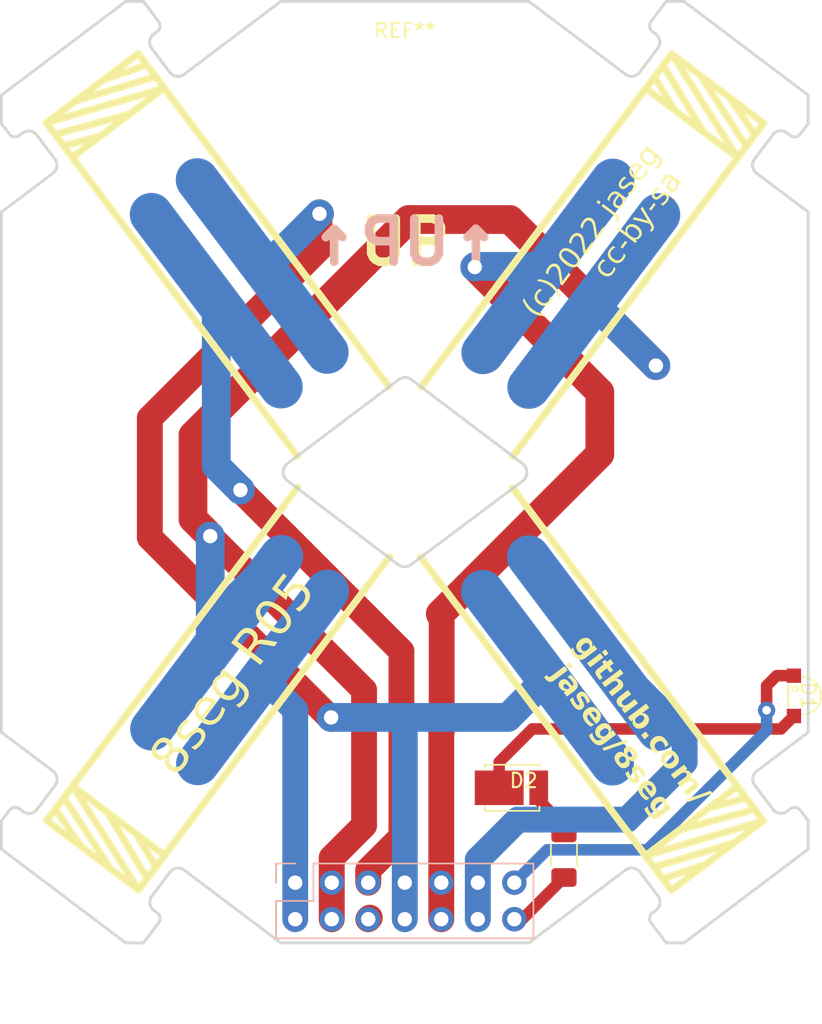
<source format=kicad_pcb>
(kicad_pcb (version 20230517) (generator pcbnew)

  (general
    (thickness 1.6)
  )

  (paper "A4")
  (layers
    (0 "F.Cu" signal)
    (31 "B.Cu" signal)
    (32 "B.Adhes" user "B.Adhesive")
    (33 "F.Adhes" user "F.Adhesive")
    (34 "B.Paste" user)
    (35 "F.Paste" user)
    (36 "B.SilkS" user "B.Silkscreen")
    (37 "F.SilkS" user "F.Silkscreen")
    (38 "B.Mask" user)
    (39 "F.Mask" user)
    (40 "Dwgs.User" user "User.Drawings")
    (41 "Cmts.User" user "User.Comments")
    (42 "Eco1.User" user "User.Eco1")
    (43 "Eco2.User" user "User.Eco2")
    (44 "Edge.Cuts" user)
    (45 "Margin" user)
    (46 "B.CrtYd" user "B.Courtyard")
    (47 "F.CrtYd" user "F.Courtyard")
    (48 "B.Fab" user)
    (49 "F.Fab" user)
  )

  (setup
    (stackup
      (layer "F.SilkS" (type "Top Silk Screen"))
      (layer "F.Paste" (type "Top Solder Paste"))
      (layer "F.Mask" (type "Top Solder Mask") (thickness 0.01))
      (layer "F.Cu" (type "copper") (thickness 0.035))
      (layer "dielectric 1" (type "core") (thickness 1.51) (material "FR4") (epsilon_r 4.5) (loss_tangent 0.02))
      (layer "B.Cu" (type "copper") (thickness 0.035))
      (layer "B.Mask" (type "Bottom Solder Mask") (thickness 0.01))
      (layer "B.Paste" (type "Bottom Solder Paste"))
      (layer "B.SilkS" (type "Bottom Silk Screen"))
      (copper_finish "None")
      (dielectric_constraints no)
    )
    (pad_to_mask_clearance 0)
    (pcbplotparams
      (layerselection 0x00010fc_ffffffff)
      (plot_on_all_layers_selection 0x0000000_00000000)
      (disableapertmacros false)
      (usegerberextensions false)
      (usegerberattributes false)
      (usegerberadvancedattributes false)
      (creategerberjobfile false)
      (dashed_line_dash_ratio 12.000000)
      (dashed_line_gap_ratio 3.000000)
      (svgprecision 6)
      (plotframeref false)
      (viasonmask false)
      (mode 1)
      (useauxorigin false)
      (hpglpennumber 1)
      (hpglpenspeed 20)
      (hpglpendiameter 15.000000)
      (pdf_front_fp_property_popups true)
      (pdf_back_fp_property_popups true)
      (dxfpolygonmode true)
      (dxfimperialunits true)
      (dxfusepcbnewfont true)
      (psnegative false)
      (psa4output false)
      (plotreference true)
      (plotvalue true)
      (plotinvisibletext false)
      (sketchpadsonfab false)
      (subtractmaskfromsilk false)
      (outputformat 1)
      (mirror false)
      (drillshape 0)
      (scaleselection 1)
      (outputdirectory "gerber")
    )
  )

  (net 0 "")
  (net 1 "/C1")
  (net 2 "/C2")
  (net 3 "Net-(D2-A)")
  (net 4 "Net-(D1-K)")
  (net 5 "Net-(J5-Pin_14)")
  (net 6 "Net-(D1-A)")
  (net 7 "/Q2")
  (net 8 "/Q0")
  (net 9 "/Q3")
  (net 10 "/Q1")

  (footprint "center:led_tape_3528_2835" (layer "F.Cu") (at 199.675 126.6 -143))

  (footprint "center:led_tape_3528_2835" (layer "F.Cu") (at 156.225 126.575 143))

  (footprint "center:led_tape_3528_2835" (layer "F.Cu") (at 199.7 73.3 -37))

  (footprint "center:led_tape_3528_2835" (layer "F.Cu") (at 156.2 73.275 37))

  (footprint "Resistor_SMD:R_1206_3216Metric_Pad1.30x1.75mm_HandSolder" (layer "F.Cu") (at 189.005 126.575 -90))

  (footprint "footprints:LED_2835" (layer "F.Cu") (at 186.2 121.89))

  (footprint "MountingHole:MountingHole_3.2mm_M3" (layer "F.Cu") (at 177.94 73.471895))

  (footprint "footprints:Everlight_IR12-21C" (layer "F.Cu") (at 205.5 115.5 -90))

  (footprint "Connector_PinHeader_2.54mm:PinHeader_2x07_P2.54mm_Vertical" (layer "B.Cu") (at 170.312015 128.482991 -90))

  (gr_line (start 205.95 109.225) (end 205.95 86.725)
    (stroke (width 0.1) (type solid)) (layer "Dwgs.User") (tstamp 00452949-3f6a-4757-b83b-e5da814ffed4))
  (gr_line (start 169.45 99.975) (end 186.475 99.975)
    (stroke (width 0.1) (type solid)) (layer "Dwgs.User") (tstamp 8d6b04c1-5265-40e1-b6fd-a7ed49b5d7ff))
  (gr_line (start 177.95 93.35) (end 177.95 106.55)
    (stroke (width 0.1) (type solid)) (layer "Dwgs.User") (tstamp b583db7a-dd4b-42ae-9612-a8c96d137454))
  (gr_line (start 195.063097 131.271699) (end 196.115747 132.669029)
    (stroke (width 0.2) (type solid)) (layer "Edge.Cuts") (tstamp 04efd217-d32d-43ca-8584-c988f02d860c))
  (gr_line (start 205.995762 126.154695) (end 205.995762 124.179621)
    (stroke (width 0.2) (type solid)) (layer "Edge.Cuts") (tstamp 0cfffb62-7143-47fc-b785-31d01f7c1dbf))
  (gr_line (start 152.336511 76.522584) (end 153.6 78.2)
    (stroke (width 0.2) (type solid)) (layer "Edge.Cuts") (tstamp 11f3c557-bb5a-41a3-9017-fc1134ff5ac9))
  (gr_line (start 205.995767 73.757894) (end 197.350819 67.243046)
    (stroke (width 0.2) (type solid)) (layer "Edge.Cuts") (tstamp 126903cc-5693-4205-8d17-6a71a23c5b18))
  (gr_curve (pts (xy 161.605196 127.744259) (xy 161.83858 127.434551) (xy 162.275787 127.373419) (xy 162.585498 127.606799))
    (stroke (width 0.2) (type solid)) (layer "Edge.Cuts") (tstamp 14c11c4b-d836-4450-819a-98c99e7e1146))
  (gr_line (start 169.771105 99.357362) (end 177.497766 93.529296)
    (stroke (width 0.2) (type solid)) (layer "Edge.Cuts") (tstamp 186ad972-defa-4eef-80df-27e6b4996a5a))
  (gr_line (start 169.303435 67.243046) (end 162.572579 72.315087)
    (stroke (width 0.2) (type solid)) (layer "Edge.Cuts") (tstamp 18a40f80-f7cc-45a5-938b-c7064261c9c4))
  (gr_curve (pts (xy 195.394344 69.510091) (xy 195.704054 69.743475) (xy 195.765705 70.180683) (xy 195.532321 70.490393))
    (stroke (width 0.2) (type solid)) (layer "Edge.Cuts") (tstamp 18e7c045-74b4-4b86-911f-3d88a8afa9fa))
  (gr_line (start 186.570077 67.243046) (end 169.303435 67.243046)
    (stroke (width 0.2) (type solid)) (layer "Edge.Cuts") (tstamp 1ca53f3a-f1fa-4b53-a961-61b9836721f6))
  (gr_curve (pts (xy 177.909627 93.378918) (xy 178.086388 93.369361) (xy 178.260832 93.422628) (xy 178.402104 93.529296))
    (stroke (width 0.2) (type solid)) (layer "Edge.Cuts") (tstamp 1e74755d-8214-45e4-a138-d969010b8a1c))
  (gr_curve (pts (xy 195.113227 130.613859) (xy 194.933713 130.789447) (xy 194.912263 131.070937) (xy 195.063097 131.271699))
    (stroke (width 0.2) (type solid)) (layer "Edge.Cuts") (tstamp 1eabf6ac-d56e-409b-baf8-1a2d7865a37e))
  (gr_line (start 196.115747 132.669029) (end 197.350814 132.669029)
    (stroke (width 0.2) (type solid)) (layer "Edge.Cuts") (tstamp 21b080ab-75fe-49a8-97e3-7a8af43bf759))
  (gr_line (start 150.428101 123.4484) (end 149.877747 124.178588)
    (stroke (width 0.2) (type solid)) (layer "Edge.Cuts") (tstamp 26330481-ef67-40d2-88c5-789b971cbaa5))
  (gr_line (start 186.126714 100.568659) (end 178.36853 106.37709)
    (stroke (width 0.2) (type solid)) (layer "Edge.Cuts") (tstamp 348fad4a-8466-416c-9c2a-1cc1dfccf090))
  (gr_curve (pts (xy 160.810413 131.271699) (xy 160.960909 131.071382) (xy 160.939924 130.79061) (xy 160.761323 130.614889))
    (stroke (width 0.2) (type solid)) (layer "Edge.Cuts") (tstamp 35ebd2b6-1bc6-412d-b25c-574ac940eaa2))
  (gr_curve (pts (xy 204.799459 76.597514) (xy 205.017844 76.721392) (xy 205.294229 76.664125) (xy 205.445413 76.463672))
    (stroke (width 0.2) (type solid)) (layer "Edge.Cuts") (tstamp 38834709-2352-446a-ac65-b1a633cc0004))
  (gr_curve (pts (xy 195.063102 68.640377) (xy 194.912608 68.840694) (xy 194.933593 69.121464) (xy 195.112192 69.297184))
    (stroke (width 0.2) (type solid)) (layer "Edge.Cuts") (tstamp 3f01a246-c31a-4579-bd3b-dd664af63a55))
  (gr_curve (pts (xy 151.355693 76.385122) (xy 151.665404 76.151739) (xy 152.103129 76.212871) (xy 152.336511 76.522584))
    (stroke (width 0.2) (type solid)) (layer "Edge.Cuts") (tstamp 3fba8138-a699-4e0f-a961-a82dc289d954))
  (gr_curve (pts (xy 152.349431 123.398791) (xy 152.116047 123.708501) (xy 151.678323 123.770151) (xy 151.368612 123.536767))
    (stroke (width 0.2) (type solid)) (layer "Edge.Cuts") (tstamp 400021ba-d6e8-4b66-948d-db273b5553c8))
  (gr_line (start 158.523731 132.669029) (end 159.757247 132.669029)
    (stroke (width 0.2) (type solid)) (layer "Edge.Cuts") (tstamp 4722eeb0-4d17-42da-ad73-50ebd7e0414a))
  (gr_curve (pts (xy 204.517823 123.526948) (xy 204.20811 123.760332) (xy 203.770904 123.698683) (xy 203.537521 123.388972))
    (stroke (width 0.2) (type solid)) (layer "Edge.Cuts") (tstamp 48023b20-a82d-4c06-bc1a-7ba8dedcd436))
  (gr_curve (pts (xy 169.771105 100.554706) (xy 169.583317 100.41296) (xy 169.47292 100.191314) (xy 169.47292 99.956034))
    (stroke (width 0.2) (type solid)) (layer "Edge.Cuts") (tstamp 4afa8961-4c21-4ba1-a310-ab0e39182909))
  (gr_line (start 169.303435 132.669029) (end 186.570596 132.669029)
    (stroke (width 0.2) (type solid)) (layer "Edge.Cuts") (tstamp 4b0b1f85-0197-4466-8d45-1186a25d2278))
  (gr_curve (pts (xy 150.428618 76.463672) (xy 150.579297 76.663358) (xy 150.854355 76.720974) (xy 151.072506 76.598546))
    (stroke (width 0.2) (type solid)) (layer "Edge.Cuts") (tstamp 4c88563c-0d3a-4f98-b03e-46a03e3d147d))
  (gr_line (start 153.462541 79.180302) (end 149.877747 81.881428)
    (stroke (width 0.2) (type solid)) (layer "Edge.Cuts") (tstamp 4e8190bd-f0f5-4187-8363-1bf6c1d512f4))
  (gr_curve (pts (xy 202.273513 121.712072) (xy 202.04013 121.402361) (xy 202.10178 120.965154) (xy 202.411491 120.73177))
    (stroke (width 0.2) (type solid)) (layer "Edge.Cuts") (tstamp 50c3136d-4e28-4dc9-b459-08f4ccd6792d))
  (gr_line (start 160.466248 69.51991) (end 160.76132 69.297702)
    (stroke (width 0.2) (type solid)) (layer "Edge.Cuts") (tstamp 50f395ba-5d7f-4cee-9d8e-327ac93b9fe4))
  (gr_line (start 160.341708 129.421679) (end 161.605196 127.744259)
    (stroke (width 0.2) (type solid)) (layer "Edge.Cuts") (tstamp 53f5184b-91a3-4902-b7f6-0d40cd33d9f4))
  (gr_line (start 160.761323 130.614889) (end 160.479167 130.401979)
    (stroke (width 0.2) (type solid)) (layer "Edge.Cuts") (tstamp 5406538e-1866-4f17-a174-0ebe67decea0))
  (gr_line (start 195.407267 130.392159) (end 195.113227 130.613859)
    (stroke (width 0.2) (type solid)) (layer "Edge.Cuts") (tstamp 57618f7c-d8ba-425d-90be-e98a8c8ff574))
  (gr_line (start 161.592277 72.177112) (end 160.328789 70.500212)
    (stroke (width 0.2) (type solid)) (layer "Edge.Cuts") (tstamp 57a3b57c-3d16-43de-a9e9-756120baf567))
  (gr_line (start 153.612919 121.72189) (end 152.349431 123.398791)
    (stroke (width 0.2) (type solid)) (layer "Edge.Cuts") (tstamp 5afad60c-44fb-41a1-bd60-0427c477efc4))
  (gr_line (start 205.995767 81.881428) (end 202.398571 79.170484)
    (stroke (width 0.2) (type solid)) (layer "Edge.Cuts") (tstamp 5b27d08f-3f5a-4255-bbe7-956f47e15bb1))
  (gr_line (start 193.288015 72.305268) (end 186.570077 67.243046)
    (stroke (width 0.2) (type solid)) (layer "Edge.Cuts") (tstamp 5c399808-91a1-4ee1-b46b-9843aabe7b5d))
  (gr_line (start 204.799975 123.314558) (end 204.517823 123.526948)
    (stroke (width 0.2) (type solid)) (layer "Edge.Cuts") (tstamp 6509f08b-c7ed-4a46-ad0a-d1f4acfcd92f))
  (gr_line (start 205.995762 124.179621) (end 205.444891 123.4484)
    (stroke (width 0.2) (type solid)) (layer "Edge.Cuts") (tstamp 68f13e96-0a45-4200-93b2-fd81be5966a8))
  (gr_line (start 197.350819 67.243046) (end 196.116784 67.243046)
    (stroke (width 0.2) (type solid)) (layer "Edge.Cuts") (tstamp 6bcfa47d-fbff-49e6-9975-64d9051816b0))
  (gr_line (start 177.909627 93.378918) (end 177.909627 93.378918)
    (stroke (width 0.2) (type solid)) (layer "Edge.Cuts") (tstamp 6d2e2812-1bf4-4037-8f74-6f222ff174d4))
  (gr_curve (pts (xy 204.504903 76.375306) (xy 204.504903 76.375306) (xy 204.799459 76.597514) (xy 204.799459 76.597514))
    (stroke (width 0.2) (type solid)) (layer "Edge.Cuts") (tstamp 6e8910b1-8a6b-4d7f-a062-3ac70e8b7695))
  (gr_line (start 195.112192 69.297184) (end 195.394344 69.510091)
    (stroke (width 0.2) (type solid)) (layer "Edge.Cuts") (tstamp 6f1efeca-ba61-4a4f-a111-a62d684129c5))
  (gr_line (start 159.757761 67.243046) (end 158.522697 67.243046)
    (stroke (width 0.2) (type solid)) (layer "Edge.Cuts") (tstamp 75eb5fd3-397f-4ad4-8d25-6b99d25a02ad))
  (gr_line (start 186.570596 132.669029) (end 193.300933 127.596989)
    (stroke (width 0.2) (type solid)) (layer "Edge.Cuts") (tstamp 7700163a-af51-4234-af45-f5b77fb360a5))
  (gr_curve (pts (xy 151.368612 123.536767) (xy 151.368612 123.536767) (xy 151.073023 123.314041) (xy 151.073023 123.314041))
    (stroke (width 0.2) (type solid)) (layer "Edge.Cuts") (tstamp 77995224-887c-41d8-b339-c869b3bff00e))
  (gr_curve (pts (xy 205.444891 123.4484) (xy 205.293812 123.248513) (xy 205.018119 123.191297) (xy 204.799975 123.314558))
    (stroke (width 0.2) (type solid)) (layer "Edge.Cuts") (tstamp 7f5e8f98-90e6-462b-9be2-1a8b0cc74dbb))
  (gr_line (start 149.877747 124.178588) (end 149.877747 126.154178)
    (stroke (width 0.2) (type solid)) (layer "Edge.Cuts") (tstamp 80dd6165-680d-4d0d-9876-be8f42e1ea13))
  (gr_curve (pts (xy 178.36853 106.37709) (xy 178.100481 106.57699) (xy 177.732482 106.575318) (xy 177.466261 106.37299))
    (stroke (width 0.2) (type solid)) (layer "Edge.Cuts") (tstamp 8244b9b3-6246-411a-a373-287525178d25))
  (gr_curve (pts (xy 177.466261 106.37299) (xy 177.466261 106.37299) (xy 169.771105 100.554706) (xy 169.771105 100.554706))
    (stroke (width 0.2) (type solid)) (layer "Edge.Cuts") (tstamp 8d5c7d1c-7632-4bda-900c-4e252e2169fd))
  (gr_line (start 195.532321 70.490393) (end 194.268314 72.167809)
    (stroke (width 0.2) (type solid)) (layer "Edge.Cuts") (tstamp 9031fcdc-7ce9-4895-bc64-671ee3b3f21f))
  (gr_curve (pts (xy 153.6 78.2) (xy 153.833384 78.50971) (xy 153.772252 78.946919) (xy 153.462541 79.180302))
    (stroke (width 0.2) (type solid)) (layer "Edge.Cuts") (tstamp 99a651ed-c501-4d00-a3cd-0181fbc3ce9e))
  (gr_line (start 196.116784 67.243046) (end 195.063102 68.640377)
    (stroke (width 0.2) (type solid)) (layer "Edge.Cuts") (tstamp 9b83737e-d28e-4315-9c7c-6776e3dd6d3e))
  (gr_curve (pts (xy 160.76132 69.297702) (xy 160.940512 69.12184) (xy 160.961516 68.84037) (xy 160.81041 68.63986))
    (stroke (width 0.2) (type solid)) (layer "Edge.Cuts") (tstamp 9b9649fc-1fb2-4d51-8eed-25bea1786091))
  (gr_line (start 203.537521 123.388972) (end 202.273513 121.712072)
    (stroke (width 0.2) (type solid)) (layer "Edge.Cuts") (tstamp 9d072af7-536b-4653-bf20-2b8cbc8a772e))
  (gr_line (start 205.445413 76.463672) (end 205.995767 75.733483)
    (stroke (width 0.2) (type solid)) (layer "Edge.Cuts") (tstamp 9e73450f-860e-4d29-8bab-93b1b36f7fdf))
  (gr_line (start 149.877747 118.030643) (end 153.47546 120.741589)
    (stroke (width 0.2) (type solid)) (layer "Edge.Cuts") (tstamp a153a946-cbf8-4474-9b99-4103b7898ffe))
  (gr_line (start 162.585498 127.606799) (end 169.303435 132.669029)
    (stroke (width 0.2) (type solid)) (layer "Edge.Cuts") (tstamp a186c7d2-6904-421e-87c9-de31cba0ca8c))
  (gr_curve (pts (xy 151.073023 123.314041) (xy 150.854754 123.190888) (xy 150.579032 123.24833) (xy 150.428101 123.4484))
    (stroke (width 0.2) (type solid)) (layer "Edge.Cuts") (tstamp a26481dd-1d05-4e1e-9baf-74b99c399007))
  (gr_line (start 205.995767 75.733483) (end 205.995767 73.757894)
    (stroke (width 0.2) (type solid)) (layer "Edge.Cuts") (tstamp af5cbfde-0bf5-4dfd-86db-1ddb0d9a8509))
  (gr_curve (pts (xy 149.877747 75.732451) (xy 149.877747 75.732451) (xy 150.428618 76.463672) (xy 150.428618 76.463672))
    (stroke (width 0.2) (type solid)) (layer "Edge.Cuts") (tstamp b4b2300e-0d34-41cc-a72b-e22de988a4b7))
  (gr_line (start 202.260597 78.190181) (end 203.524601 76.513281)
    (stroke (width 0.2) (type solid)) (layer "Edge.Cuts") (tstamp b7392627-b342-456a-a419-9a989099bfd3))
  (gr_curve (pts (xy 202.398571 79.170484) (xy 202.088861 78.9371) (xy 202.02721 78.499892) (xy 202.260597 78.190181))
    (stroke (width 0.2) (type solid)) (layer "Edge.Cuts") (tstamp b757359e-bae5-4d2f-8e45-198f6ac3f460))
  (gr_line (start 194.281237 127.734439) (end 195.545244 129.411859)
    (stroke (width 0.2) (type solid)) (layer "Edge.Cuts") (tstamp bf2a7eaa-9bb2-4e69-8f91-210fc0b3c77c))
  (gr_curve (pts (xy 186.428075 99.969853) (xy 186.427367 100.205738) (xy 186.315736 100.427548) (xy 186.126714 100.568659))
    (stroke (width 0.2) (type solid)) (layer "Edge.Cuts") (tstamp bf6c6f84-dceb-4d40-84e0-0ded20796c00))
  (gr_curve (pts (xy 194.268314 72.167809) (xy 194.034931 72.47752) (xy 193.597725 72.538652) (xy 193.288015 72.305268))
    (stroke (width 0.2) (type solid)) (layer "Edge.Cuts") (tstamp c3f99283-03f0-421e-9a9e-312784858a5e))
  (gr_line (start 151.072506 76.598546) (end 151.355693 76.385122)
    (stroke (width 0.2) (type solid)) (layer "Edge.Cuts") (tstamp c4995ea9-0c62-4538-bbcb-e5e92d296aa0))
  (gr_curve (pts (xy 169.47292 99.956034) (xy 169.47292 99.720754) (xy 169.583317 99.499109) (xy 169.771105 99.357362))
    (stroke (width 0.2) (type solid)) (layer "Edge.Cuts") (tstamp c5989ff8-fdb0-4d81-8d63-707ec54ad1c2))
  (gr_line (start 149.877747 126.154178) (end 158.523731 132.669029)
    (stroke (width 0.2) (type solid)) (layer "Edge.Cuts") (tstamp cbf13893-d950-4e62-bcd5-1b3095883fe7))
  (gr_curve (pts (xy 153.47546 120.741589) (xy 153.785171 120.974972) (xy 153.846303 121.412179) (xy 153.612919 121.72189))
    (stroke (width 0.2) (type solid)) (layer "Edge.Cuts") (tstamp cd9416df-8d60-4333-afa7-2c09fef22cd9))
  (gr_curve (pts (xy 186.130314 99.369248) (xy 186.318486 99.511492) (xy 186.428783 99.733969) (xy 186.428075 99.969853))
    (stroke (width 0.2) (type solid)) (layer "Edge.Cuts") (tstamp cea703cf-69a6-4910-ae84-d4b2432aa561))
  (gr_line (start 149.877747 73.757894) (end 149.877747 75.732451)
    (stroke (width 0.2) (type solid)) (layer "Edge.Cuts") (tstamp cfc26a1b-2e36-4b2e-81a9-0a62cced8290))
  (gr_curve (pts (xy 195.545244 129.411859) (xy 195.778628 129.721569) (xy 195.716977 130.158779) (xy 195.407267 130.392159))
    (stroke (width 0.2) (type solid)) (layer "Edge.Cuts") (tstamp d0e9574e-d03e-4838-919b-9f01d3758f18))
  (gr_curve (pts (xy 160.328789 70.500212) (xy 160.095405 70.190501) (xy 160.156537 69.753293) (xy 160.466248 69.51991))
    (stroke (width 0.2) (type solid)) (layer "Edge.Cuts") (tstamp d405ec10-a269-4c33-adca-278336c3284e))
  (gr_line (start 202.411491 120.73177) (end 205.995767 118.030643)
    (stroke (width 0.2) (type solid)) (layer "Edge.Cuts") (tstamp d971f234-c645-48e1-96ca-ff0c1bc722e3))
  (gr_curve (pts (xy 203.524601 76.513281) (xy 203.757985 76.20357) (xy 204.195193 76.141917) (xy 204.504903 76.375306))
    (stroke (width 0.2) (type solid)) (layer "Edge.Cuts") (tstamp db5faa69-d0af-43c2-a67f-567c0883b564))
  (gr_curve (pts (xy 162.572579 72.315087) (xy 162.26287 72.548471) (xy 161.825661 72.486823) (xy 161.592277 72.177112))
    (stroke (width 0.2) (type solid)) (layer "Edge.Cuts") (tstamp e1b3edb0-034f-4350-8b9f-b1fad5345c9e))
  (gr_line (start 158.522697 67.243046) (end 149.877747 73.757894)
    (stroke (width 0.2) (type solid)) (layer "Edge.Cuts") (tstamp e578b2e0-d167-4792-b668-444fe9aa537d))
  (gr_curve (pts (xy 160.479167 130.401979) (xy 160.169456 130.168599) (xy 160.108324 129.731389) (xy 160.341708 129.421679))
    (stroke (width 0.2) (type solid)) (layer "Edge.Cuts") (tstamp e703be12-ca82-4d58-b324-d44405cdfab1))
  (gr_line (start 160.81041 68.63986) (end 159.757761 67.243046)
    (stroke (width 0.2) (type solid)) (layer "Edge.Cuts") (tstamp e76d77b2-d760-4b0c-9146-853d28f6ff4f))
  (gr_curve (pts (xy 193.300933 127.596989) (xy 193.610648 127.3636) (xy 194.047853 127.424732) (xy 194.281237 127.734439))
    (stroke (width 0.2) (type solid)) (layer "Edge.Cuts") (tstamp e85c3198-76d5-4cf3-893b-18be75ef853b))
  (gr_line (start 205.995767 118.030643) (end 205.995767 81.881428)
    (stroke (width 0.2) (type solid)) (layer "Edge.Cuts") (tstamp ef2ee061-71f9-4a8e-8611-22a1216e3caa))
  (gr_line (start 178.402104 93.529296) (end 186.130314 99.369248)
    (stroke (width 0.2) (type solid)) (layer "Edge.Cuts") (tstamp f17250c9-5149-4bcf-86a5-1b08f69430ce))
  (gr_line (start 149.877747 81.881428) (end 149.877747 118.030643)
    (stroke (width 0.2) (type solid)) (layer "Edge.Cuts") (tstamp f2a1f5b8-a7d3-4201-a797-b57470ef0d25))
  (gr_line (start 197.350814 132.669029) (end 205.995762 126.154695)
    (stroke (width 0.2) (type solid)) (layer "Edge.Cuts") (tstamp f4a69e8a-89bd-44ff-970f-a206bee177a2))
  (gr_curve (pts (xy 177.497766 93.529296) (xy 177.61701 93.439268) (xy 177.760427 93.386904) (xy 177.909627 93.378918))
    (stroke (width 0.2) (type solid)) (layer "Edge.Cuts") (tstamp fb41711d-128e-4767-b7cb-02764255fff7))
  (gr_curve (pts (xy 159.757247 132.669029) (xy 159.757247 132.669029) (xy 160.810413 131.271699) (xy 160.810413 131.271699))
    (stroke (width 0.2) (type solid)) (layer "Edge.Cuts") (tstamp fc051803-fc31-41b1-8afb-85315da3269f))
  (gr_text locked "↑UP↑" (at 177.95 83.975) (layer "B.SilkS") (tstamp 00000000-0000-0000-0000-00005c2a4e04)
    (effects (font (size 3 3) (thickness 0.6)) (justify mirror))
  )
  (gr_text "8seg R05" (at 166.056995 114.061317 53) (layer "F.SilkS") (tstamp 00000000-0000-0000-0000-00005de93595)
    (effects (font (face "Fredoka One") (size 2.5 2.5) (thickness 0.4)))
    (render_cache "8seg R05" 53
      (polygon
        (pts
          (xy 161.676438 117.864765)          (xy 161.716104 117.868627)          (xy 161.755371 117.874668)          (xy 161.794239 117.882887)
          (xy 161.832708 117.893284)          (xy 161.870778 117.905859)          (xy 161.908449 117.920613)          (xy 161.945721 117.937544)
          (xy 161.982594 117.956654)          (xy 162.019068 117.977943)          (xy 162.055144 118.001409)          (xy 162.09082 118.027053)
          (xy 162.111474 118.043621)          (xy 162.131255 118.061538)          (xy 162.150163 118.080803)          (xy 162.168198 118.101418)
          (xy 162.18536 118.123382)          (xy 162.201648 118.146694)          (xy 162.217064 118.171356)          (xy 162.231606 118.197367)
          (xy 162.245003 118.223375)          (xy 162.257044 118.248456)          (xy 162.267728 118.272611)          (xy 162.277056 118.295839)
          (xy 162.286808 118.323571)          (xy 162.29444 118.349855)          (xy 162.299953 118.374691)          (xy 162.300802 118.379485)
          (xy 162.314063 118.455231)          (xy 162.338212 118.449553)          (xy 162.363294 118.444692)          (xy 162.388033 118.440584)
          (xy 162.415378 118.436609)          (xy 162.419498 118.436053)          (xy 162.447712 118.433579)          (xy 162.476395 118.433321)
          (xy 162.502726 118.434294)          (xy 162.532066 118.436315)          (xy 162.564415 118.439385)          (xy 162.590651 118.442376)
          (xy 162.618579 118.445957)          (xy 162.6482 118.450128)          (xy 162.678341 118.455078)          (xy 162.707695 118.461182)
          (xy 162.73626 118.468439)          (xy 162.764036 118.476849)          (xy 162.791025 118.486412)          (xy 162.817225 118.497128)
          (xy 162.842637 118.508998)          (xy 162.86726 118.52202)          (xy 162.891095 118.536196)          (xy 162.914142 118.551525)
          (xy 162.929069 118.562385)          (xy 162.94847 118.577355)          (xy 162.985542 118.608098)          (xy 163.020309 118.639912)
          (xy 163.05277 118.672795)          (xy 163.082926 118.706749)          (xy 163.110776 118.741772)          (xy 163.13632 118.777866)
          (xy 163.159559 118.815029)          (xy 163.180493 118.853263)          (xy 163.199121 118.892566)          (xy 163.215443 118.93294)
          (xy 163.22946 118.974383)          (xy 163.241171 119.016897)          (xy 163.250576 119.06048)          (xy 163.257676 119.105134)
          (xy 163.262471 119.150857)          (xy 163.264003 119.17412)          (xy 163.265548 119.220477)          (xy 163.265237 119.266176)
          (xy 163.263068 119.311216)          (xy 163.259042 119.355597)          (xy 163.253159 119.399319)          (xy 163.245419 119.442383)
          (xy 163.235822 119.484788)          (xy 163.224368 119.526535)          (xy 163.211057 119.567622)          (xy 163.195889 119.608051)
          (xy 163.178864 119.647821)          (xy 163.159982 119.686933)          (xy 163.139242 119.725385)          (xy 163.116646 119.763179)
          (xy 163.092193 119.800315)          (xy 163.065882 119.836791)          (xy 163.038073 119.872142)          (xy 163.009124 119.905898)
          (xy 162.979034 119.93806)          (xy 162.947804 119.968628)          (xy 162.915434 119.997603)          (xy 162.881923 120.024983)
          (xy 162.847272 120.050769)          (xy 162.811481 120.074962)          (xy 162.774549 120.09756)          (xy 162.736478 120.118564)
          (xy 162.697265 120.137975)          (xy 162.656913 120.155791)          (xy 162.61542 120.172013)          (xy 162.572787 120.186642)
          (xy 162.529013 120.199676)          (xy 162.484099 120.211117)          (xy 162.438841 120.220434)          (xy 162.393943 120.227221)
          (xy 162.349404 120.231478)          (xy 162.305225 120.233204)          (xy 162.261405 120.2324)          (xy 162.217946 120.229065)
          (xy 162.174846 120.223201)          (xy 162.132106 120.214805)          (xy 162.089725 120.20388)          (xy 162.047704 120.190424)
          (xy 162.006043 120.174438)          (xy 161.964742 120.155921)          (xy 161.9238 120.134875)          (xy 161.883218 120.111297)
          (xy 161.842996 120.08519)          (xy 161.803133 120.056552)          (xy 161.781451 120.039421)          (xy 161.76066 120.021375)
          (xy 161.74076 120.002414)          (xy 161.721751 119.982539)          (xy 161.703632 119.961749)          (xy 161.686404 119.940045)
          (xy 161.670067 119.917426)          (xy 161.654621 119.893892)          (xy 161.640065 119.869444)          (xy 161.626401 119.844081)
          (xy 161.617786 119.826664)          (xy 161.605595 119.800582)          (xy 161.594456 119.775333)          (xy 161.58437 119.750917)
          (xy 161.575336 119.727334)          (xy 161.564926 119.697187)          (xy 161.556388 119.66852)          (xy 161.549719 119.641335)
          (xy 161.544921 119.615631)          (xy 161.541994 119.591408)          (xy 161.532816 119.49198)          (xy 161.50685 119.497285)
          (xy 161.48138 119.501775)          (xy 161.45548 119.505872)          (xy 161.452428 119.50633)          (xy 161.427071 119.507679)
          (xy 161.399259 119.506468)          (xy 161.371796 119.50379)          (xy 161.34702 119.500554)          (xy 161.319751 119.496348)
          (xy 161.289988 119.49117)          (xy 161.274171 119.488217)          (xy 161.250221 119.48315)          (xy 161.219042 119.474976)
          (xy 161.188726 119.465183)          (xy 161.159272 119.453769)          (xy 161.13068 119.440735)          (xy 161.102951 119.426082)
          (xy 161.076084 119.409808)          (xy 161.050079 119.391914)          (xy 161.043712 119.387188)          (xy 161.016625 119.365744)
          (xy 162.090598 119.365744)          (xy 162.093332 119.394456)          (xy 162.098628 119.4221)          (xy 162.10585 119.448043)
          (xy 162.115 119.472284)          (xy 162.126077 119.494823)          (xy 162.139082 119.515661)          (xy 162.158048 119.539316)
          (xy 162.180025 119.560312)          (xy 162.189659 119.567966)          (xy 162.215104 119.584676)          (xy 162.24237 119.597831)
          (xy 162.265494 119.605795)          (xy 162.289784 119.611483)          (xy 162.315238 119.614895)          (xy 162.341858 119.616032)
          (xy 162.369644 119.614893)          (xy 162.383973 119.61347)          (xy 162.412567 119.608341)          (xy 162.440447 119.599783)
          (xy 162.467614 119.587797)          (xy 162.494068 119.572382)          (xy 162.519808 119.553538)          (xy 162.538644 119.537155)
          (xy 162.55708 119.518844)          (xy 162.575114 119.498604)          (xy 162.592746 119.476435)          (xy 162.609245 119.453309)
          (xy 162.623741 119.43038)          (xy 162.636234 119.407649)          (xy 162.646723 119.385115)          (xy 162.657593 119.355376)
          (xy 162.664901 119.325988)          (xy 162.668648 119.296951)          (xy 162.668833 119.268264)          (xy 162.665457 119.239928)
          (xy 162.659419 119.21262)          (xy 162.651617 119.187018)          (xy 162.642053 119.163121)          (xy 162.630725 119.140931)
          (xy 162.614085 119.115591)          (xy 162.594691 119.092916)          (xy 162.572542 119.072906)          (xy 162.567781 119.069224)
          (xy 162.542635 119.052702)          (xy 162.515655 119.039651)          (xy 162.486844 119.030073)          (xy 162.462475 119.02491)
          (xy 162.436934 119.02197)          (xy 162.410219 119.021252)          (xy 162.382332 119.022756)          (xy 162.375177 119.02348)
          (xy 162.346739 119.028165)          (xy 162.319018 119.036305)          (xy 162.292014 119.0479)          (xy 162.265727 119.062951)
          (xy 162.240158 119.081458)          (xy 162.221452 119.097605)          (xy 162.203149 119.115696)          (xy 162.185249 119.135731)
          (xy 162.167754 119.157709)          (xy 162.151427 119.180588)          (xy 162.137034 119.203326)          (xy 162.124576 119.225922)
          (xy 162.114053 119.248377)          (xy 162.10303 119.278096)          (xy 162.095447 119.307564)          (xy 162.091303 119.33678)
          (xy 162.090598 119.365744)          (xy 161.016625 119.365744)          (xy 161.010318 119.360751)          (xy 160.978893 119.333254)
          (xy 160.949438 119.304696)          (xy 160.921952 119.275078)          (xy 160.896436 119.2444)          (xy 160.87289 119.212662)
          (xy 160.851314 119.179863)          (xy 160.831707 119.146005)          (xy 160.81407 119.111085)          (xy 160.798403 119.075106)
          (xy 160.784706 119.038066)          (xy 160.772978 118.999966)          (xy 160.76322 118.960806)          (xy 160.755431 118.920585)
          (xy 160.749613 118.879305)          (xy 160.745764 118.836964)          (xy 160.74374 118.794313)          (xy 160.743517 118.752196)
          (xy 160.744187 118.734569)          (xy 161.342648 118.734569)          (xy 161.344945 118.760166)          (xy 161.350378 118.784524)
          (xy 161.359705 118.811336)          (xy 161.372095 118.83551)          (xy 161.387548 118.857046)          (xy 161.406064 118.875944)
          (xy 161.416471 118.884404)          (xy 161.439114 118.898753)          (xy 161.463887 118.909276)          (xy 161.49079 118.915975)
          (xy 161.519822 118.918848)          (xy 161.545642 118.918321)          (xy 161.561844 118.91673)          (xy 161.588684 118.911219)
          (xy 161.614615 118.901812)          (xy 161.639636 118.888508)          (xy 161.663747 118.871309)          (xy 161.682382 118.854745)
          (xy 161.700434 118.835687)          (xy 161.717905 118.814136)          (xy 161.733771 118.791448)          (xy 161.747011 118.768979)
          (xy 161.757625 118.746729)          (xy 161.7672 118.719225)          (xy 161.772671 118.692064)          (xy 161.774039 118.665245)
          (xy 161.771304 118.638768)          (xy 161.765381 118.613381)          (xy 161.757492 118.590058)          (xy 161.745429 118.564795)
          (xy 161.730535 118.542506)          (xy 161.712808 118.52319)          (xy 161.699418 118.511965)          (xy 161.677213 118.497867)
          (xy 161.653025 118.487542)          (xy 161.626853 118.480991)          (xy 161.598698 118.478214)          (xy 161.57372 118.478782)
          (xy 161.558072 118.480381)          (xy 161.531777 118.485754)          (xy 161.506182 118.495201)          (xy 161.481288 118.508723)
          (xy 161.457094 118.526319)          (xy 161.438242 118.54333)          (xy 161.41984 118.562947)          (xy 161.401885 118.585173)
          (xy 161.385481 118.608495)          (xy 161.37173 118.631404)          (xy 161.360633 118.653899)          (xy 161.350492 118.681435)
          (xy 161.344498 118.708325)          (xy 161.342648 118.734569)          (xy 160.744187 118.734569)          (xy 160.745097 118.710613)
          (xy 160.748479 118.669564)          (xy 160.753663 118.629048)          (xy 160.760649 118.589065)          (xy 160.769437 118.549617)
          (xy 160.780027 118.510702)          (xy 160.792419 118.47232)          (xy 160.806613 118.434472)          (xy 160.822608 118.397158)
          (xy 160.840406 118.360377)          (xy 160.860006 118.32413)          (xy 160.881408 118.288416)          (xy 160.904612 118.253236)
          (xy 160.929618 118.21859)          (xy 160.956068 118.184972)          (xy 160.983512 118.153)          (xy 161.01195 118.122672)
          (xy 161.041382 118.09399)          (xy 161.071809 118.066953)          (xy 161.10323 118.041561)          (xy 161.135645 118.017814)
          (xy 161.169055 117.995712)          (xy 161.203459 117.975256)          (xy 161.238857 117.956444)          (xy 161.275249 117.939278)
          (xy 161.312635 117.923757)          (xy 161.351016 117.909882)          (xy 161.39039 117.897651)          (xy 161.43076 117.887066)
          (xy 161.472123 117.878125)          (xy 161.513784 117.871097)          (xy 161.555046 117.866247)          (xy 161.595909 117.863574)
          (xy 161.636373 117.863081)
        )
      )
      (polygon
        (pts
          (xy 163.597204 118.774562)          (xy 163.569602 118.782084)          (xy 163.542073 118.783802)          (xy 163.514618 118.779715)
          (xy 163.487236 118.769824)          (xy 163.464474 118.757148)          (xy 163.450841 118.747607)          (xy 163.432623 118.731262)
          (xy 163.414542 118.709789)          (xy 163.396599 118.683187)          (xy 163.383232 118.659869)          (xy 163.369943 118.633667)
          (xy 163.35673 118.604579)          (xy 163.343596 118.572607)          (xy 163.334882 118.549689)          (xy 163.326203 118.52549)
          (xy 163.317558 118.500008)          (xy 163.308948 118.473243)          (xy 163.302396 118.448147)          (xy 163.30122 118.422908)
          (xy 163.305419 118.397527)          (xy 163.314994 118.372003)          (xy 163.327079 118.350625)          (xy 163.336122 118.33775)
          (xy 163.354911 118.316334)          (xy 163.373681 118.299305)          (xy 163.395775 118.282367)          (xy 163.421192 118.26552)
          (xy 163.442437 118.252945)          (xy 163.465551 118.240422)          (xy 163.490535 118.22795)          (xy 163.517388 118.215529)
          (xy 163.546111 118.20316)          (xy 163.574924 118.19049)          (xy 163.602232 118.177303)          (xy 163.628034 118.1636)
          (xy 163.65233 118.14938)          (xy 163.67512 118.134643)          (xy 163.696405 118.119391)          (xy 163.716184 118.103621)
          (xy 163.734457 118.087336)          (xy 163.756478 118.064818)          (xy 163.775823 118.041382)          (xy 163.791222 118.020396)
          (xy 163.811432 117.990684)          (xy 163.828177 117.963091)          (xy 163.841457 117.937618)          (xy 163.851272 117.914264)
          (xy 163.858968 117.886422)          (xy 163.859924 117.856919)          (xy 163.851255 117.833303)          (xy 163.83739 117.81865)
          (xy 163.813447 117.810983)          (xy 163.78737 117.81583)          (xy 163.762498 117.827061)          (xy 163.741506 117.839774)
          (xy 163.718508 117.856164)          (xy 163.693506 117.876232)          (xy 163.666499 117.899976)          (xy 163.647381 117.917848)
          (xy 163.627372 117.937354)          (xy 163.617033 117.94772)          (xy 163.59688 117.967208)          (xy 163.576107 117.986193)
          (xy 163.554716 118.004676)          (xy 163.532706 118.022657)          (xy 163.510076 118.040135)          (xy 163.486828 118.057111)
          (xy 163.462961 118.073585)          (xy 163.438474 118.089556)          (xy 163.413369 118.105025)          (xy 163.387645 118.119992)
          (xy 163.361301 118.134457)          (xy 163.334339 118.148419)          (xy 163.306757 118.161879)          (xy 163.278557 118.174837)
          (xy 163.249737 118.187292)          (xy 163.220299 118.199245)          (xy 163.191821 118.209025)          (xy 163.162183 118.216569)
          (xy 163.131387 118.221878)          (xy 163.099432 118.224952)          (xy 163.074705 118.225791)          (xy 163.049326 118.225372)
          (xy 163.023295 118.223696)          (xy 162.996613 118.220763)          (xy 162.969278 118.216573)          (xy 162.960022 118.214896)
          (xy 162.93221 118.208831)          (xy 162.90439 118.201296)          (xy 162.876563 118.19229)          (xy 162.848728 118.181814)
          (xy 162.820886 118.169867)          (xy 162.793036 118.15645)          (xy 162.76518 118.141562)          (xy 162.737315 118.125204)
          (xy 162.709444 118.107375)          (xy 162.681565 118.088076)          (xy 162.662975 118.074392)          (xy 162.636121 118.053224)
          (xy 162.611032 118.031518)          (xy 162.587706 118.009274)          (xy 162.566145 117.986493)          (xy 162.546347 117.963175)
          (xy 162.528313 117.939319)          (xy 162.512043 117.914925)          (xy 162.497537 117.889995)          (xy 162.484795 117.864526)
          (xy 162.473816 117.838521)          (xy 162.464602 117.811978)          (xy 162.457151 117.784897)          (xy 162.451464 117.757279)
          (xy 162.447541 117.729124)          (xy 162.445382 117.700431)          (xy 162.444987 117.671201)          (xy 162.446356 117.641433)
          (xy 162.449488 117.611128)          (xy 162.454385 117.580286)          (xy 162.461045 117.548906)          (xy 162.469469 117.516989)
          (xy 162.479657 117.484534)          (xy 162.491609 117.451541)          (xy 162.505325 117.418012)          (xy 162.520805 117.383945)
          (xy 162.538049 117.34934)          (xy 162.557056 117.314198)          (xy 162.577827 117.278519)          (xy 162.600363 117.242302)
          (xy 162.624662 117.205548)          (xy 162.650725 117.168256)          (xy 162.678552 117.130427)          (xy 162.697745 117.105733)
          (xy 162.717751 117.081514)          (xy 162.73857 117.057771)          (xy 162.760202 117.034502)          (xy 162.782646 117.011709)
          (xy 162.805903 116.989391)          (xy 162.829973 116.967547)          (xy 162.854856 116.946179)          (xy 162.880551 116.925286)
          (xy 162.907059 116.904868)          (xy 162.93438 116.884925)          (xy 162.962514 116.865457)          (xy 162.99146 116.846464)
          (xy 163.021219 116.827946)          (xy 163.051791 116.809903)          (xy 163.083176 116.792336)          (xy 163.104985 116.781306)
          (xy 163.132657 116.769743)          (xy 163.158723 116.76177)          (xy 163.183181 116.75739)          (xy 163.211494 116.756964)
          (xy 163.237295 116.762149)          (xy 163.260585 116.772946)          (xy 163.269198 116.778836)          (xy 163.289851 116.79677)
          (xy 163.309748 116.818875)          (xy 163.325123 116.839564)          (xy 163.340015 116.862923)          (xy 163.354423 116.888953)
          (xy 163.368348 116.917652)          (xy 163.378475 116.940929)          (xy 163.388331 116.965709)          (xy 163.397231 116.990525)
          (xy 163.404354 117.014097)          (xy 163.411088 117.043589)          (xy 163.414663 117.070869)          (xy 163.415079 117.095935)
          (xy 163.411157 117.124156)          (xy 163.4023 117.148919)          (xy 163.391661 117.16624)          (xy 163.373652 117.184685)
          (xy 163.353148 117.200647)          (xy 163.33148 117.215342)          (xy 163.305647 117.231304)          (xy 163.281981 117.244985)
          (xy 163.25565 117.259477)          (xy 163.228343 117.275025)          (xy 163.201995 117.29206)          (xy 163.176605 117.310582)
          (xy 163.152174 117.330591)          (xy 163.1287 117.352087)          (xy 163.106185 117.375069)          (xy 163.084629 117.399538)
          (xy 163.06909 117.418865)          (xy 163.06403 117.425493)          (xy 163.049141 117.445752)          (xy 163.029537 117.474389)
          (xy 163.013209 117.500926)          (xy 163.000158 117.525362)          (xy 162.987852 117.554675)          (xy 162.981371 117.580255)
          (xy 162.981461 117.606977)          (xy 162.993582 117.631342)          (xy 163.000534 117.637597)          (xy 163.022954 117.649808)
          (xy 163.048031 117.654657)          (xy 163.075766 117.652142)          (xy 163.106159 117.642264)          (xy 163.130697 117.630023)
          (xy 163.156731 117.61364)          (xy 163.184259 117.593116)          (xy 163.203442 117.577132)          (xy 163.223289 117.559307)
          (xy 163.2438 117.539641)          (xy 163.254305 117.529118)          (xy 163.27443 117.508036)          (xy 163.295019 117.487439)
          (xy 163.316071 117.46733)          (xy 163.337586 117.447707)          (xy 163.359565 117.428571)          (xy 163.382008 117.409922)
          (xy 163.404914 117.391759)          (xy 163.428284 117.374083)          (xy 163.452117 117.356894)          (xy 163.476414 117.340191)
          (xy 163.501174 117.323975)          (xy 163.526398 117.308245)          (xy 163.552085 117.293003)          (xy 163.578236 117.278247)
          (xy 163.60485 117.263978)          (xy 163.631928 117.250195)          (xy 163.657729 117.238373)          (xy 163.684695 117.228745)
          (xy 163.712829 117.22131)          (xy 163.742129 117.216068)          (xy 163.772596 117.213019)          (xy 163.804229 117.212164)
          (xy 163.82872 117.212961)          (xy 163.853867 117.214993)          (xy 163.870996 117.217032)          (xy 163.896958 117.221156)
          (xy 163.923064 117.226908)          (xy 163.949315 117.234287)          (xy 163.975711 117.243293)          (xy 164.002251 117.253927)
          (xy 164.028935 117.266189)          (xy 164.055764 117.280078)          (xy 164.082737 117.295595)          (xy 164.109854 117.312739)
          (xy 164.137116 117.33151)          (xy 164.155371 117.344929)          (xy 164.181968 117.36573)          (xy 164.207081 117.386932)
          (xy 164.230709 117.408534)          (xy 164.252853 117.430536)          (xy 164.273513 117.452938)          (xy 164.292689 117.475741)
          (xy 164.31038 117.498944)          (xy 164.326587 117.522547)          (xy 164.34131 117.54655)          (xy 164.354548 117.570953)
          (xy 164.36255 117.587444)          (xy 164.373285 117.612195)          (xy 164.382521 117.637025)          (xy 164.390259 117.661936)
          (xy 164.396499 117.686927)          (xy 164.40124 117.711998)          (xy 164.404482 117.73715)          (xy 164.406226 117.762382)
          (xy 164.406471 117.787694)          (xy 164.405217 117.813087)          (xy 164.402466 117.83856)          (xy 164.399798 117.855586)
          (xy 164.393195 117.886342)          (xy 164.38537 117.917299)          (xy 164.376323 117.948459)          (xy 164.366055 117.979822)
          (xy 164.354565 118.011387)          (xy 164.341853 118.043154)          (xy 164.32792 118.075123)          (xy 164.312765 118.107295)
          (xy 164.296388 118.139669)          (xy 164.278789 118.172246)          (xy 164.259969 118.205025)          (xy 164.239928 118.238006)
          (xy 164.218664 118.27119)          (xy 164.196179 118.304576)          (xy 164.172472 118.338164)          (xy 164.147544 118.371955)
          (xy 164.121451 118.405301)          (xy 164.094251 118.437556)          (xy 164.065944 118.46872)          (xy 164.036529 118.498793)
          (xy 164.006008 118.527775)          (xy 163.97438 118.555666)          (xy 163.941644 118.582465)          (xy 163.907801 118.608174)
          (xy 163.872851 118.632791)          (xy 163.836795 118.656318)          (xy 163.799631 118.678753)          (xy 163.761359 118.700097)
          (xy 163.721981 118.72035)          (xy 163.681496 118.739511)          (xy 163.639903 118.757582)
        )
      )
      (polygon
        (pts
          (xy 164.491968 115.255839)          (xy 164.517685 115.256981)          (xy 164.544695 115.259281)          (xy 164.571358 115.262484)
          (xy 164.597675 115.266591)          (xy 164.623646 115.271602)          (xy 164.64927 115.277516)          (xy 164.674547 115.284334)
          (xy 164.699478 115.292056)          (xy 164.724063 115.300681)          (xy 164.748301 115.31021)          (xy 164.772193 115.320643)
          (xy 164.795738 115.331979)          (xy 164.818937 115.344219)          (xy 164.841789 115.357363)          (xy 164.864295 115.37141)
          (xy 164.886454 115.386361)          (xy 164.908267 115.402216)          (xy 164.929242 115.418548)          (xy 164.949011 115.435022)
          (xy 164.967574 115.451638)          (xy 164.993157 115.47683)          (xy 165.016025 115.502341)          (xy 165.03618 115.528173)
          (xy 165.05362 115.554324)          (xy 165.068346 115.580796)          (xy 165.080358 115.607588)          (xy 165.089656 115.6347)
          (xy 165.09624 115.662132)          (xy 165.099121 115.680598)          (xy 165.101669 115.707861)          (xy 165.102523 115.734357)
          (xy 165.101682 115.760088)          (xy 165.099148 115.785053)          (xy 165.094919 115.809251)          (xy 165.086645 115.840325)
          (xy 165.07536 115.870037)          (xy 165.061062 115.898387)          (xy 165.043753 115.925376)          (xy 165.038955 115.931911)
          (xy 164.537355 116.597556)          (xy 164.563128 116.613431)          (xy 164.591072 116.623849)          (xy 164.621187 116.628809)
          (xy 164.646842 116.628848)          (xy 164.673886 116.625395)          (xy 164.70232 116.618449)          (xy 164.732144 116.60801)
          (xy 164.739817 116.604855)          (xy 164.762407 116.59464)          (xy 164.791074 116.579926)          (xy 164.81808 116.56396)
          (xy 164.843425 116.546742)          (xy 164.867109 116.528272)          (xy 164.889132 116.508551)          (xy 164.909494 116.487578)
          (xy 164.928195 116.465353)          (xy 164.93261 116.459601)          (xy 164.947612 116.439416)          (xy 164.961934 116.419578)
          (xy 164.982142 116.390472)          (xy 165.000819 116.362149)          (xy 165.017966 116.334609)          (xy 165.033583 116.30785)
          (xy 165.04767 116.281874)          (xy 165.060226 116.25668)          (xy 165.071253 116.232268)          (xy 165.080749 116.208638)
          (xy 165.09103 116.178348)          (xy 165.103332 116.138687)          (xy 165.109916 116.111535)          (xy 165.117175 116.086609)
          (xy 165.126776 116.059636)          (xy 165.137349 116.035867)          (xy 165.150912 116.012188)          (xy 165.157129 116.003376)
          (xy 165.175713 115.98282)          (xy 165.197659 115.966015)          (xy 165.222966 115.952961)          (xy 165.251634 115.943659)
          (xy 165.283664 115.938109)          (xy 165.309892 115.936408)          (xy 165.33801 115.936817)          (xy 165.36802 115.939336)
          (xy 165.39992 115.943965)          (xy 165.42504 115.949455)          (xy 165.454221 115.957165)          (xy 165.480938 115.965818)
          (xy 165.505189 115.975413)          (xy 165.531038 115.988171)          (xy 165.553337 116.002287)          (xy 165.556708 116.004772)
          (xy 165.58524 116.029937)          (xy 165.608296 116.058304)          (xy 165.625874 116.089872)          (xy 165.637975 116.124643)
          (xy 165.644599 116.162616)          (xy 165.645747 116.20379)          (xy 165.641417 116.248166)          (xy 165.63161 116.295744)
          (xy 165.624653 116.320734)          (xy 165.616327 116.346524)          (xy 165.606631 116.373115)          (xy 165.595566 116.400506)
          (xy 165.583132 116.428697)          (xy 165.569328 116.457689)          (xy 165.554156 116.487482)          (xy 165.537614 116.518075)
          (xy 165.519702 116.549468)          (xy 165.500422 116.581662)          (xy 165.479772 116.614656)          (xy 165.457753 116.648451)
          (xy 165.434365 116.683046)          (xy 165.409608 116.718442)          (xy 165.383481 116.754638)          (xy 165.355985 116.791635)
          (xy 165.336272 116.817212)          (xy 165.316269 116.842009)          (xy 165.295976 116.866027)          (xy 165.275392 116.889264)
          (xy 165.254518 116.91172)          (xy 165.233354 116.933397)          (xy 165.2119 116.954294)          (xy 165.190156 116.97441)
          (xy 165.168122 116.993747)          (xy 165.145797 117.012303)          (xy 165.123182 117.030079)          (xy 165.100278 117.047075)
          (xy 165.077082 117.06329)          (xy 165.053597 117.078726)          (xy 165.029822 117.093382)          (xy 165.005756 117.107257)
          (xy 164.981621 117.120265)          (xy 164.957547 117.13244)          (xy 164.933532 117.143782)          (xy 164.909578 117.154292)
          (xy 164.885683 117.163969)          (xy 164.861849 117.172813)          (xy 164.838075 117.180824)          (xy 164.814361 117.188003)
          (xy 164.790707 117.194348)          (xy 164.755338 117.202306)          (xy 164.720105 117.208389)          (xy 164.685007 117.212599)
          (xy 164.650044 117.214935)          (xy 164.626811 117.215451)          (xy 164.582043 117.215324)          (xy 164.537897 117.213498)
          (xy 164.494375 117.209973)          (xy 164.451476 117.204749)          (xy 164.4092 117.197827)          (xy 164.367547 117.189205)
          (xy 164.326517 117.178885)          (xy 164.28611 117.166867)          (xy 164.246326 117.153149)          (xy 164.207165 117.137733)
          (xy 164.168627 117.120618)          (xy 164.130713 117.101805)          (xy 164.093421 117.081292)          (xy 164.056752 117.059081)
          (xy 164.020707 117.035171)          (xy 163.985284 117.009563)          (xy 163.963464 116.99277)          (xy 163.942257 116.975739)
          (xy 163.921665 116.95847)          (xy 163.901686 116.940964)          (xy 163.88232 116.923219)          (xy 163.863569 116.905237)
          (xy 163.845431 116.887017)          (xy 163.827907 116.868559)          (xy 163.810997 116.849863)          (xy 163.794701 116.83093)
          (xy 163.779018 116.811758)          (xy 163.763949 116.792349)          (xy 163.735653 116.752817)          (xy 163.709812 116.712334)
          (xy 163.686425 116.670899)          (xy 163.665494 116.628513)          (xy 163.647018 116.585176)          (xy 163.630997 116.540887)
          (xy 163.617431 116.495647)          (xy 163.606321 116.449455)          (xy 163.597665 116.402312)          (xy 163.591464 116.354218)
          (xy 163.5877 116.305768)          (xy 163.586263 116.257678)          (xy 163.587151 116.20995)          (xy 163.588938 116.183607)
          (xy 164.186009 116.183607)          (xy 164.186544 116.201696)          (xy 164.188448 116.228272)          (xy 164.191721 116.253407)
          (xy 164.198214 116.284677)          (xy 164.20714 116.313384)          (xy 164.218499 116.339529)          (xy 164.232291 116.363111)
          (xy 164.248516 116.384129)          (xy 164.267174 116.402585)          (xy 164.277416 116.410852)          (xy 164.544201 116.056817)
          (xy 164.56166 116.03073)          (xy 164.573801 116.005868)          (xy 164.580623 115.98223)          (xy 164.581671 115.954404)
          (xy 164.574408 115.928491)          (xy 164.558834 115.904492)          (xy 164.540391 115.88667)          (xy 164.534949 115.882406)
          (xy 164.514406 115.868811)          (xy 164.489028 115.856926)          (xy 164.462857 115.849875)          (xy 164.435894 115.847655)
          (xy 164.408139 115.850268)          (xy 164.393964 115.853387)          (xy 164.370215 115.861228)          (xy 164.346852 115.872569)
          (xy 164.323874 115.887412)          (xy 164.301281 115.905756)          (xy 164.283485 115.922952)          (xy 164.265935 115.942388)
          (xy 164.248633 115.964066)          (xy 164.23263 115.987727)          (xy 164.218983 116.013114)          (xy 164.20769 116.040228)
          (xy 164.198752 116.069069)          (xy 164.192168 116.099636)          (xy 164.187939 116.131929)          (xy 164.186312 116.157282)
          (xy 164.186009 116.183607)          (xy 163.588938 116.183607)          (xy 163.590365 116.162584)          (xy 163.595906 116.115578)
          (xy 163.603773 116.068933)          (xy 163.613966 116.02265)          (xy 163.626485 115.976728)          (xy 163.64133 115.931166)
          (xy 163.658502 115.885967)          (xy 163.678 115.841128)          (xy 163.688621 115.818844)          (xy 163.699824 115.79665)
          (xy 163.711608 115.774547)          (xy 163.723974 115.752534)          (xy 163.736921 115.730611)          (xy 163.75045 115.708778)
          (xy 163.76456 115.687036)          (xy 163.779252 115.665384)          (xy 163.794526 115.643822)          (xy 163.810381 115.622351)
          (xy 163.828871 115.598373)          (xy 163.847594 115.575206)          (xy 163.866551 115.552849)          (xy 163.88574 115.531303)
          (xy 163.905163 115.510567)          (xy 163.924818 115.490641)          (xy 163.944707 115.471525)          (xy 163.964829 115.45322)
          (xy 163.985184 115.435725)          (xy 164.005772 115.41904)          (xy 164.026593 115.403165)          (xy 164.047648 115.388101)
          (xy 164.068935 115.373847)          (xy 164.090456 115.360404)          (xy 164.112209 115.34777)          (xy 164.134196 115.335948)
          (xy 164.156416 115.324935)          (xy 164.178869 115.314733)          (xy 164.201555 115.30534)          (xy 164.224474 115.296759)
          (xy 164.271011 115.282026)          (xy 164.318481 115.270535)          (xy 164.342566 115.266004)          (xy 164.366883 115.262285)
          (xy 164.391434 115.259375)          (xy 164.416218 115.257276)          (xy 164.441235 115.255987)          (xy 164.466485 115.255508)
        )
      )
      (polygon
        (pts
          (xy 165.592271 113.465697)          (xy 165.619027 113.471093)          (xy 165.643016 113.47775)          (xy 165.666698 113.486746)
          (xy 165.682697 113.494845)          (xy 165.704239 113.507752)          (xy 165.727417 113.523175)          (xy 165.750808 113.53972)
          (xy 165.773169 113.556167)          (xy 165.781097 113.562114)          (xy 166.944148 114.438536)          (xy 166.964037 114.453868)
          (xy 166.983352 114.469455)          (xy 167.002092 114.485297)          (xy 167.037848 114.517748)          (xy 167.071305 114.551221)
          (xy 167.102463 114.585715)          (xy 167.131322 114.62123)          (xy 167.157883 114.657766)          (xy 167.182144 114.695324)
          (xy 167.204107 114.733904)          (xy 167.223772 114.773504)          (xy 167.241137 114.814126)          (xy 167.256204 114.85577)
          (xy 167.268972 114.898434)          (xy 167.279441 114.94212)          (xy 167.287611 114.986828)          (xy 167.293483 115.032557)
          (xy 167.295556 115.055804)          (xy 167.298294 115.102176)          (xy 167.299148 115.147822)          (xy 167.298119 115.19274)
          (xy 167.295206 115.236933)          (xy 167.290409 115.280399)          (xy 167.283729 115.323138)          (xy 167.275166 115.365151)
          (xy 167.264718 115.406437)          (xy 167.252387 115.446997)          (xy 167.238173 115.48683)          (xy 167.222074 115.525937)
          (xy 167.204093 115.564317)          (xy 167.184227 115.601971)          (xy 167.162478 115.638899)          (xy 167.138846 115.675099)
          (xy 167.113329 115.710573)          (xy 167.09286 115.736889)          (xy 167.07169 115.762438)          (xy 167.04982 115.78722)
          (xy 167.027249 115.811235)          (xy 167.003978 115.834484)          (xy 166.980006 115.856966)          (xy 166.955334 115.878681)
          (xy 166.929962 115.899629)          (xy 166.903889 115.919811)          (xy 166.877115 115.939225)          (xy 166.849641 115.957873)
          (xy 166.821467 115.975755)          (xy 166.792592 115.992869)          (xy 166.763017 116.009217)          (xy 166.732741 116.024798)
          (xy 166.701765 116.039612)          (xy 166.671191 116.053329)          (xy 166.64191 116.065648)          (xy 166.61392 116.07657)
          (xy 166.587223 116.086094)          (xy 166.561818 116.09422)          (xy 166.537706 116.100949)          (xy 166.503959 116.108421)
          (xy 166.47312 116.112749)          (xy 166.445188 116.113932)          (xy 166.420163 116.111971)          (xy 166.391319 116.104463)
          (xy 166.367644 116.091366)          (xy 166.34794 116.075355)          (xy 166.329791 116.058191)          (xy 166.313196 116.039873)
          (xy 166.298156 116.020402)          (xy 166.28467 115.999777)          (xy 166.27274 115.977999)          (xy 166.262364 115.955067)
          (xy 166.253542 115.930982)          (xy 166.246275 115.905743)          (xy 166.240563 115.879351)          (xy 166.237619 115.861115)
          (xy 166.23215 115.831866)          (xy 166.227587 115.805129)          (xy 166.223932 115.780904)          (xy 166.220742 115.755151)
          (xy 166.21867 115.729679)          (xy 166.218284 115.717334)          (xy 166.220601 115.691697)          (xy 166.227572 115.667269)
          (xy 166.239197 115.644049)          (xy 166.247665 115.631671)          (xy 166.264789 115.613323)          (xy 166.286394 115.597779)
          (xy 166.308975 115.586477)          (xy 166.334987 115.577322)          (xy 166.343049 115.575101)          (xy 166.368372 115.567666)
          (xy 166.393019 115.55944)          (xy 166.416989 115.550423)          (xy 166.440283 115.540616)          (xy 166.4629 115.530019)
          (xy 166.48484 115.518631)          (xy 166.506104 115.506452)          (xy 166.536731 115.486702)          (xy 166.565837 115.465173)
          (xy 166.59342 115.441865)          (xy 166.61948 115.416778)          (xy 166.644019 115.389913)          (xy 166.659532 115.371015)
          (xy 166.667035 115.361269)          (xy 166.681121 115.341033)          (xy 166.696782 115.313394)          (xy 166.708876 115.285002)
          (xy 166.717404 115.255858)          (xy 166.722366 115.225962)          (xy 166.72376 115.195314)          (xy 166.721589 115.163913)
          (xy 166.71585 115.13176)          (xy 166.713859 115.123604)          (xy 166.706894 115.099501)          (xy 166.698439 115.076128)
          (xy 166.688492 115.053486)          (xy 166.677053 115.031574)          (xy 166.664123 115.010394)          (xy 166.649702 114.989944)
          (xy 166.633789 114.970225)          (xy 166.616385 114.951237)          (xy 166.597489 114.93298)          (xy 166.577102 114.915453)
          (xy 166.562682 114.904175)          (xy 166.478318 114.840602)          (xy 166.484893 114.86726)          (xy 166.489628 114.894079)
          (xy 166.492522 114.921057)          (xy 166.493575 114.948195)          (xy 166.492788 114.975493)          (xy 166.490159 115.002951)
          (xy 166.48569 115.030569)          (xy 166.47938 115.058347)          (xy 166.47123 115.086285)          (xy 166.461238 115.114383)
          (xy 166.449406 115.14264)          (xy 166.435733 115.171058)          (xy 166.420219 115.199636)          (xy 166.402865 115.228373)
          (xy 166.383669 115.25727)          (xy 166.362633 115.286328)          (xy 166.339925 115.314719)          (xy 166.315712 115.341619)
          (xy 166.289996 115.367026)          (xy 166.262775 115.390942)          (xy 166.23405 115.413367)          (xy 166.203821 115.434299)
          (xy 166.172089 115.45374)          (xy 166.138852 115.471689)          (xy 166.104111 115.488146)          (xy 166.067866 115.503111)
          (xy 166.030117 115.516585)          (xy 165.990864 115.528567)          (xy 165.950107 115.539057)          (xy 165.907845 115.548055)
          (xy 165.86408 115.555562)          (xy 165.818811 115.561576)          (xy 165.773095 115.565734)          (xy 165.72802 115.567885)
          (xy 165.683586 115.568027)          (xy 165.639793 115.566162)          (xy 165.596641 115.562288)          (xy 165.554129 115.556407)
          (xy 165.512259 115.548518)          (xy 165.47103 115.538622)          (xy 165.430441 115.526717)          (xy 165.390494 115.512805)
          (xy 165.351187 115.496884)          (xy 165.312521 115.478956)          (xy 165.274497 115.45902)          (xy 165.237113 115.437077)
          (xy 165.20037 115.413125)          (xy 165.164268 115.387166)          (xy 165.129303 115.359563)          (xy 165.096092 115.330774)
          (xy 165.064635 115.300798)          (xy 165.034933 115.269635)          (xy 165.006985 115.237286)          (xy 164.980792 115.20375)
          (xy 164.956353 115.169027)          (xy 164.933668 115.133117)          (xy 164.912738 115.096021)          (xy 164.893562 115.057738)
          (xy 164.876141 115.018269)          (xy 164.860474 114.977612)          (xy 164.846561 114.935769)          (xy 164.834403 114.89274)
          (xy 164.823999 114.848523)          (xy 164.815349 114.80312)          (xy 164.808583 114.757548)          (xy 164.803739 114.712945)
          (xy 164.800815 114.669312)          (xy 164.800793 114.668382)          (xy 165.405425 114.668382)          (xy 165.40839 114.699072)
          (xy 165.411138 114.714591)          (xy 165.418393 114.744787)          (xy 165.42772 114.773247)          (xy 165.43912 114.799972)
          (xy 165.452592 114.824961)          (xy 165.468136 114.848215)          (xy 165.485753 114.869733)          (xy 165.505442 114.889516)
          (xy 165.527204 114.907563)          (xy 165.550564 114.92341)          (xy 165.575048 114.936592)          (xy 165.600656 114.947108)
          (xy 165.627389 114.95496)          (xy 165.655245 114.960147)          (xy 165.684226 114.962668)          (xy 165.714332 114.962525)
          (xy 165.745561 114.959716)          (xy 165.776571 114.954234)          (xy 165.806019 114.946069)          (xy 165.833905 114.935222)
          (xy 165.860228 114.921691)          (xy 165.884989 114.905479)          (xy 165.908187 114.886584)          (xy 165.929823 114.865006)
          (xy 165.949897 114.840745)          (xy 165.96761 114.814814)          (xy 165.982164 114.788222)          (xy 165.993561 114.760971)
          (xy 166.001799 114.73306)          (xy 166.006878 114.704489)          (xy 166.008799 114.675259)          (xy 166.007562 114.645369)
          (xy 166.003166 114.614819)          (xy 165.996272 114.584715)          (xy 165.987354 114.556409)          (xy 165.976414 114.529899)
          (xy 165.963451 114.505185)          (xy 165.948465 114.482269)          (xy 165.931456 114.461149)          (xy 165.912424 114.441826)
          (xy 165.891369 114.424299)          (xy 165.8686 114.408731)          (xy 165.844669 114.395464)          (xy 165.819577 114.3845)
          (xy 165.793324 114.375839)          (xy 165.765908 114.369479)          (xy 165.737332 114.365423)          (xy 165.707593 114.363668)
          (xy 165.676693 114.364216)          (xy 165.645974 114.36741)          (xy 165.616595 114.373834)          (xy 165.588556 114.383491)
          (xy 165.561856 114.396379)          (xy 165.536497 114.412499)          (xy 165.512477 114.43185)          (xy 165.489797 114.454433)
          (xy 165.473666 114.473491)          (xy 165.468457 114.480248)          (xy 165.453903 114.500952)          (xy 165.441249 114.521917)
          (xy 165.427332 114.550279)          (xy 165.416791 114.579106)          (xy 165.409626 114.608399)          (xy 165.405837 114.638158)
          (xy 165.405425 114.668382)          (xy 164.800793 114.668382)          (xy 164.799813 114.626649)          (xy 164.800732 114.584956)
          (xy 164.803572 114.544233)          (xy 164.808333 114.50448)          (xy 164.815016 114.465697)          (xy 164.82362 114.427884)
          (xy 164.834145 114.39104)          (xy 164.846591 114.355166)          (xy 164.860959 114.320263)          (xy 164.877248 114.286329)
          (xy 164.895457 114.253365)          (xy 164.915589 114.221371)          (xy 164.937641 114.190347)          (xy 164.955995 114.167132)
          (xy 164.975044 114.145277)          (xy 164.994788 114.124782)          (xy 165.015228 114.105648)          (xy 165.036363 114.087874)
          (xy 165.058193 114.07146)          (xy 165.080719 114.056406)          (xy 165.10394 114.042713)          (xy 165.126844 114.030406)
          (xy 165.153609 114.017009)          (xy 165.178299 114.005819)          (xy 165.205189 113.995306)          (xy 165.229092 113.987971)
          (xy 165.250009 113.983815)          (xy 165.275005 113.980575)          (xy 165.301116 113.978384)          (xy 165.327631 113.977758)
          (xy 165.339903 113.978158)          (xy 165.319003 113.956778)          (xy 165.301467 113.934798)          (xy 165.287295 113.912218)
          (xy 165.276488 113.889036)          (xy 165.269045 113.865255)          (xy 165.264967 113.840872)          (xy 165.264278 113.830951)
          (xy 165.265179 113.805203)          (xy 165.270287 113.778033)          (xy 165.279602 113.749441)          (xy 165.290084 113.725544)
          (xy 165.303258 113.700738)          (xy 165.319124 113.675021)          (xy 165.337683 113.648395)          (xy 165.342744 113.641597)
          (xy 165.358006 113.621655)          (xy 165.377606 113.597032)          (xy 165.39635 113.574655)          (xy 165.414238 113.554524)
          (xy 165.431269 113.536638)          (xy 165.451355 113.517439)          (xy 165.470103 113.50175)          (xy 165.48071 113.49402)
          (xy 165.504778 113.479601)          (xy 165.529034 113.469787)          (xy 165.553478 113.464578)          (xy 165.578111 113.463974)
        )
      )
      (polygon
        (pts
          (xy 167.088407 110.800216)          (xy 167.124855 110.802832)          (xy 167.149469 110.805426)          (xy 167.174335 110.8087)
          (xy 167.199454 110.812653)          (xy 167.224825 110.817286)          (xy 167.250223 110.822538)          (xy 167.275453 110.828558)
          (xy 167.300515 110.835349)          (xy 167.32541 110.842909)          (xy 167.350137 110.851238)          (xy 167.374696 110.860337)
          (xy 167.399088 110.870206)          (xy 167.423311 110.880844)          (xy 167.447367 110.892251)          (xy 167.471255 110.904428)
          (xy 167.494976 110.917375)          (xy 167.518529 110.931092)          (xy 167.541913 110.945577)          (xy 167.565131 110.960833)
          (xy 167.58818 110.976858)          (xy 167.611062 110.993652)          (xy 167.630638 111.008727)          (xy 167.649684 111.024047)
          (xy 167.686186 111.055424)          (xy 167.720568 111.087784)          (xy 167.75283 111.121126)          (xy 167.782972 111.155451)
          (xy 167.810993 111.190759)          (xy 167.836894 111.227049)          (xy 167.860674 111.264322)          (xy 167.882335 111.302578)
          (xy 167.901875 111.341816)          (xy 167.919295 111.382037)          (xy 167.934594 111.423241)          (xy 167.947773 111.465427)
          (xy 167.958832 111.508596)          (xy 167.967771 111.552747)          (xy 167.974589 111.597881)          (xy 167.999832 111.604353)
          (xy 168.026587 111.611141)          (xy 168.054854 111.618244)          (xy 168.084634 111.625662)          (xy 168.115927 111.633396)
          (xy 168.148731 111.641445)          (xy 168.183049 111.64981)          (xy 168.218878 111.65849)          (xy 168.25622 111.667485)
          (xy 168.295075 111.676796)          (xy 168.335442 111.686422)          (xy 168.377322 111.696364)          (xy 168.420714 111.706621)
          (xy 168.465618 111.717193)          (xy 168.512035 111.728081)          (xy 168.559964 111.739284)          (xy 168.584046 111.745681)
          (xy 168.613758 111.7542)          (xy 168.640729 111.76271)          (xy 168.66496 111.771209)          (xy 168.691396 111.78182)
          (xy 168.713551 111.792414)          (xy 168.734485 111.805107)          (xy 168.737375 111.80722)          (xy 168.75595 111.823617)
          (xy 168.771628 111.842628)          (xy 168.784409 111.864254)          (xy 168.794292 111.888494)          (xy 168.801277 111.915349)
          (xy 168.805365 111.944818)          (xy 168.806556 111.976901)          (xy 168.804849 112.011599)          (xy 168.802101 112.036184)
          (xy 168.798065 112.061931)          (xy 168.792742 112.088839)          (xy 168.786131 112.11691)          (xy 168.778893 112.145777)
          (xy 168.771235 112.172632)          (xy 168.763159 112.197475)          (xy 168.752474 112.225699)          (xy 168.741135 112.250779)
          (xy 168.72914 112.272716)          (xy 168.716491 112.291508)          (xy 168.700631 112.310593)          (xy 168.681051 112.329329)
          (xy 168.66031 112.344265)          (xy 168.638409 112.355399)          (xy 168.622056 112.361025)          (xy 168.596228 112.367271)
          (xy 168.572024 112.371108)          (xy 168.546735 112.372547)          (xy 168.528486 112.371559)          (xy 168.501559 112.366344)
          (xy 168.470616 112.359571)          (xy 168.444869 112.353693)          (xy 168.415028 112.346724)          (xy 168.381093 112.338665)
          (xy 168.343063 112.329516)          (xy 168.300939 112.319277)          (xy 168.254721 112.307947)          (xy 168.230076 112.301873)
          (xy 168.204408 112.295527)          (xy 168.177716 112.288908)          (xy 168.150001 112.282017)          (xy 168.121262 112.274853)
          (xy 168.0915 112.267416)          (xy 168.060714 112.259707)          (xy 168.028904 112.251726)          (xy 167.996071 112.243471)
          (xy 167.962214 112.234945)          (xy 167.927334 112.226145)          (xy 167.89143 112.217073)          (xy 167.854502 112.207729)
          (xy 167.794456 112.298573)          (xy 167.527671 112.652609)          (xy 167.845133 112.891834)          (xy 167.86819 112.90945)
          (xy 167.888717 112.925644)          (xy 167.909467 112.942739)          (xy 167.928966 112.959905)          (xy 167.938869 112.96935)
          (xy 167.956783 112.989509)          (xy 167.972285 113.012036)          (xy 167.985569 113.035546)          (xy 167.993636 113.051906)
          (xy 168.002256 113.077325)          (xy 168.005208 113.105353)          (xy 168.00249 113.13599)          (xy 167.996731 113.16068)
          (xy 167.987783 113.186837)          (xy 167.975645 113.214462)          (xy 167.960319 113.243554)          (xy 167.941804 113.274114)
          (xy 167.927689 113.295302)          (xy 167.912157 113.317143)          (xy 167.903859 113.328308)          (xy 167.885422 113.351932)
          (xy 167.867131 113.373671)          (xy 167.848988 113.393527)          (xy 167.830993 113.411498)          (xy 167.804276 113.434923)
          (xy 167.77789 113.454109)          (xy 167.751837 113.469056)          (xy 167.726115 113.479765)          (xy 167.700724 113.486234)
          (xy 167.675665 113.488464)          (xy 167.650938 113.486456)          (xy 167.626542 113.480208)          (xy 167.602484 113.471173)
          (xy 167.575799 113.458277)          (xy 167.551554 113.444581)          (xy 167.525485 113.428203)          (xy 167.503316 113.413169)
          (xy 167.479979 113.39642)          (xy 167.467873 113.387402)          (xy 165.908848 112.212592)          (xy 165.885791 112.194976)
          (xy 165.865264 112.178782)          (xy 165.844513 112.161687)          (xy 165.825015 112.144521)          (xy 165.815112 112.135076)
          (xy 165.797391 112.114659)          (xy 165.782003 112.091982)          (xy 165.76877 112.068404)          (xy 165.760712 112.052032)
          (xy 165.752005 112.026727)          (xy 165.74898 111.998799)          (xy 165.751635 111.968246)          (xy 165.757354 111.943609)
          (xy 165.766268 111.917496)          (xy 165.772485 111.903333)          (xy 166.533348 111.903333)          (xy 167.030753 112.278155)
          (xy 167.301581 111.918755)          (xy 167.315962 111.897672)          (xy 167.328424 111.875142)          (xy 167.338966 111.851165)
          (xy 167.347587 111.825741)          (xy 167.354289 111.798871)          (xy 167.35907 111.770553)          (xy 167.361931 111.740789)
          (xy 167.362872 111.709577)          (xy 167.360812 111.678099)          (xy 167.354914 111.64772)          (xy 167.345179 111.618438)
          (xy 167.331605 111.590254)          (xy 167.314194 111.563169)          (xy 167.298616 111.543575)          (xy 167.28088 111.524599)
          (xy 167.260986 111.50624)          (xy 167.238932 111.4885)          (xy 167.2157 111.472115)          (xy 167.192452 111.457963)
          (xy 167.169188 111.446043)          (xy 167.145908 111.436356)          (xy 167.122612 111.428901)          (xy 167.091527 111.422435)
          (xy 167.060414 111.419937)          (xy 167.029272 111.421408)          (xy 166.998102 111.426848)          (xy 166.990306 111.428828)
          (xy 166.960042 111.438075)          (xy 166.931634 111.448982)          (xy 166.90508 111.46155)          (xy 166.880381 111.475779)
          (xy 166.857537 111.491667)          (xy 166.836547 111.509217)          (xy 166.817413 111.528427)          (xy 166.800133 111.549297)
          (xy 166.533348 111.903333)          (xy 165.772485 111.903333)          (xy 165.778379 111.889907)          (xy 165.793684 111.860841)
          (xy 165.812185 111.8303)          (xy 165.826294 111.809119)          (xy 165.841824 111.787282)          (xy 165.850121 111.776118)
          (xy 166.307257 111.169478)          (xy 166.331207 111.139158)          (xy 166.356479 111.110008)          (xy 166.383074 111.082027)
          (xy 166.410992 111.055217)          (xy 166.440232 111.029576)          (xy 166.470794 111.005105)          (xy 166.50268 110.981804)
          (xy 166.535887 110.959673)          (xy 166.570418 110.938712)          (xy 166.60627 110.91892)          (xy 166.643446 110.900299)
          (xy 166.681944 110.882847)          (xy 166.721764 110.866565)          (xy 166.762907 110.851453)          (xy 166.805373 110.83751)
          (xy 166.849161 110.824738)          (xy 166.881637 110.816646)          (xy 166.914679 110.810083)          (xy 166.94829 110.80505)
          (xy 166.982468 110.801547)          (xy 167.017213 110.799574)          (xy 167.052526 110.79913)
        )
      )
      (polygon
        (pts
          (xy 168.241922 109.131552)          (xy 168.275057 109.133502)          (xy 168.308454 109.136549)          (xy 168.342113 109.140694)
          (xy 168.376033 109.145936)          (xy 168.410215 109.152276)          (xy 168.444658 109.159713)          (xy 168.479363 109.168248)
          (xy 168.514329 109.17788)          (xy 168.537785 109.184912)          (xy 168.561358 109.192431)          (xy 168.573188 109.196373)
          (xy 168.612642 109.210088)          (xy 168.651841 109.224642)          (xy 168.690782 109.240036)          (xy 168.729467 109.25627)
          (xy 168.767895 109.273344)          (xy 168.806066 109.291258)          (xy 168.843981 109.310012)          (xy 168.881639 109.329606)
          (xy 168.919041 109.35004)          (xy 168.956186 109.371314)          (xy 168.993074 109.393428)          (xy 169.029706 109.416382)
          (xy 169.066081 109.440176)          (xy 169.102199 109.464809)          (xy 169.138061 109.490283)          (xy 169.173666 109.516597)
          (xy 169.205058 109.540588)          (xy 169.235717 109.564697)          (xy 169.265644 109.588924)          (xy 169.294837 109.61327)
          (xy 169.323298 109.637734)          (xy 169.351026 109.662316)          (xy 169.378022 109.687017)          (xy 169.404285 109.711836)
          (xy 169.429814 109.736773)          (xy 169.454612 109.761829)          (xy 169.478676 109.787003)          (xy 169.502008 109.812295)
          (xy 169.524606 109.837705)          (xy 169.546473 109.863234)          (xy 169.567606 109.888881)          (xy 169.588006 109.914647)
          (xy 169.607674 109.940531)          (xy 169.626609 109.966533)          (xy 169.644812 109.992653)          (xy 169.662281 110.018892)
          (xy 169.679018 110.045249)          (xy 169.695022 110.071724)          (xy 169.710293 110.098318)          (xy 169.724832 110.12503)
          (xy 169.738638 110.15186)          (xy 169.75171 110.178809)          (xy 169.764051 110.205876)          (xy 169.775658 110.233061)
          (xy 169.786533 110.260364)          (xy 169.796675 110.287786)          (xy 169.806084 110.315326)          (xy 169.81476 110.342985)
          (xy 169.823521 110.374401)          (xy 169.830756 110.406414)          (xy 169.836466 110.439025)          (xy 169.840651 110.472233)
          (xy 169.843309 110.506039)          (xy 169.844443 110.540443)          (xy 169.84405 110.575444)          (xy 169.842133 110.611043)
          (xy 169.83869 110.64724)          (xy 169.835547 110.671703)          (xy 169.831726 110.696431)          (xy 169.829561 110.708895)
          (xy 169.82464 110.733855)          (xy 169.818875 110.758746)          (xy 169.812265 110.783569)          (xy 169.804812 110.808322)
          (xy 169.796514 110.833007)          (xy 169.787372 110.857624)          (xy 169.777386 110.882171)          (xy 169.766555 110.90665)
          (xy 169.754881 110.931061)          (xy 169.742362 110.955402)          (xy 169.728999 110.979675)          (xy 169.714791 111.003879)
          (xy 169.69974 111.028015)          (xy 169.683844 111.052081)          (xy 169.667104 111.076079)          (xy 169.64952 111.100009)
          (xy 169.631395 111.123455)          (xy 169.612939 111.146128)          (xy 169.594154 111.168025)          (xy 169.575037 111.189149)
          (xy 169.555591 111.209497)          (xy 169.535814 111.229072)          (xy 169.515707 111.247871)          (xy 169.49527 111.265897)
          (xy 169.474503 111.283147)          (xy 169.453405 111.299624)          (xy 169.431977 111.315325)          (xy 169.410219 111.330252)
          (xy 169.388131 111.344405)          (xy 169.365712 111.357783)          (xy 169.342963 111.370387)          (xy 169.319884 111.382216)
          (xy 169.296739 111.393244)          (xy 169.273704 111.403565)          (xy 169.250776 111.413179)          (xy 169.227958 111.422086)
          (xy 169.193933 111.434122)          (xy 169.160152 111.444568)          (xy 169.126615 111.453424)          (xy 169.093322 111.46069)
          (xy 169.060274 111.466365)          (xy 169.027469 111.470451)          (xy 168.994908 111.472946)          (xy 168.962592 111.473851)
          (xy 168.930134 111.473353)          (xy 168.897333 111.471777)          (xy 168.864189 111.469122)          (xy 168.830702 111.465388)
          (xy 168.796872 111.460577)          (xy 168.762698 111.454687)          (xy 168.728182 111.447718)          (xy 168.693322 111.439671)
          (xy 168.658119 111.430546)          (xy 168.63446 111.423863)          (xy 168.610648 111.416702)          (xy 168.598685 111.412941)
          (xy 168.560827 111.399874)          (xy 168.522941 111.385789)          (xy 168.485029 111.370687)          (xy 168.447089 111.354566)
          (xy 168.409122 111.337427)          (xy 168.371127 111.31927)          (xy 168.333106 111.300095)          (xy 168.295057 111.279902)
          (xy 168.25698 111.258691)          (xy 168.218877 111.236462)          (xy 168.180746 111.213214)          (xy 168.142588 111.188949)
          (xy 168.104403 111.163666)          (xy 168.06619 111.137364)          (xy 168.02795 111.110045)          (xy 167.989683 111.081707)
          (xy 167.955084 111.055232)          (xy 167.921509 111.028721)          (xy 167.888957 111.002176)          (xy 167.85743 110.975596)
          (xy 167.826926 110.948981)          (xy 167.797446 110.922331)          (xy 167.76899 110.895646)          (xy 167.741557 110.868927)
          (xy 167.715148 110.842172)          (xy 167.689764 110.815383)          (xy 167.665403 110.788558)          (xy 167.642065 110.761699)
          (xy 167.619752 110.734805)          (xy 167.598462 110.707876)          (xy 167.578196 110.680912)          (xy 167.558954 110.653914)
          (xy 167.54065 110.62703)          (xy 167.523105 110.600534)          (xy 167.50632 110.574424)          (xy 167.490294 110.548702)
          (xy 167.475027 110.523368)          (xy 167.46052 110.49842)          (xy 167.446773 110.473859)          (xy 167.433785 110.449686)
          (xy 167.421557 110.4259)          (xy 167.410088 110.402501)          (xy 167.399379 110.379489)          (xy 167.389429 110.356864)
          (xy 167.375929 110.323653)          (xy 167.364137 110.291313)          (xy 167.357226 110.270238)          (xy 167.348098 110.238512)
          (xy 167.340494 110.20612)          (xy 167.334414 110.173062)          (xy 167.329857 110.139337)          (xy 167.326823 110.104946)
          (xy 167.325313 110.069889)          (xy 167.325326 110.034166)          (xy 167.325738 110.024416)          (xy 167.956524 110.024416)
          (xy 167.957048 110.065133)          (xy 167.963681 110.106947)          (xy 167.976422 110.149857)          (xy 167.995271 110.193864)
          (xy 168.006987 110.216279)          (xy 168.020229 110.238968)          (xy 168.034999 110.261931)          (xy 168.051295 110.285169)
          (xy 168.069119 110.30868)          (xy 168.08847 110.332466)          (xy 168.109348 110.356526)          (xy 168.131753 110.38086)
          (xy 168.155685 110.405468)          (xy 168.181144 110.430351)          (xy 168.20813 110.455508)          (xy 168.236644 110.480939)
          (xy 168.266684 110.506644)          (xy 168.298252 110.532623)          (xy 168.331346 110.558876)          (xy 168.365968 110.585404)
          (xy 168.400979 110.611353)          (xy 168.435302 110.635916)          (xy 168.468937 110.659093)          (xy 168.501885 110.680884)
          (xy 168.534144 110.701289)          (xy 168.565716 110.720308)          (xy 168.5966 110.737941)          (xy 168.626796 110.754188)
          (xy 168.656304 110.76905)          (xy 168.685124 110.782525)          (xy 168.713257 110.794615)          (xy 168.740701 110.805318)
          (xy 168.767458 110.814636)          (xy 168.793527 110.822568)          (xy 168.818908 110.829114)          (xy 168.843601 110.834274)
          (xy 168.890924 110.840436)          (xy 168.935496 110.841054)          (xy 168.977316 110.836129)          (xy 169.016385 110.825659)
          (xy 169.052702 110.809647)          (xy 169.086269 110.78809)          (xy 169.117083 110.76099)          (xy 169.145147 110.728346)
          (xy 169.169428 110.691649)          (xy 169.187703 110.653973)          (xy 169.199972 110.615319)          (xy 169.206234 110.575688)
          (xy 169.206489 110.535077)          (xy 169.200738 110.493489)          (xy 169.18898 110.450922)          (xy 169.171216 110.407378)
          (xy 169.160081 110.385238)          (xy 169.147445 110.362855)          (xy 169.133307 110.340226)          (xy 169.117668 110.317353)
          (xy 169.100526 110.294236)          (xy 169.081884 110.270874)          (xy 169.061739 110.247268)          (xy 169.040093 110.223416)
          (xy 169.016945 110.199321)          (xy 168.992296 110.174981)          (xy 168.966145 110.150396)          (xy 168.938492 110.125567)
          (xy 168.909338 110.100493)          (xy 168.878682 110.075174)          (xy 168.846525 110.049611)          (xy 168.812866 110.023804)
          (xy 168.796285 110.01131)          (xy 168.761332 109.98541)          (xy 168.72706 109.960901)          (xy 168.693468 109.937783)
          (xy 168.660557 109.916056)          (xy 168.628328 109.89572)          (xy 168.596779 109.876776)          (xy 168.565911 109.859222)
          (xy 168.535724 109.84306)          (xy 168.506218 109.828289)          (xy 168.477393 109.814909)          (xy 168.449248 109.802921)
          (xy 168.421785 109.792323)          (xy 168.395003 109.783117)          (xy 168.368901 109.775302)          (xy 168.34348 109.768878)
          (xy 168.318741 109.763845)          (xy 168.271304 109.757953)          (xy 168.226591 109.757625)          (xy 168.184602 109.762862)
          (xy 168.145336 109.773664)          (xy 168.108794 109.79003)          (xy 168.074976 109.811961)          (xy 168.043881 109.839456)
          (xy 168.01551 109.872516)          (xy 167.991601 109.908846)          (xy 167.9738 109.946273)          (xy 167.962108 109.984796)
          (xy 167.956524 110.024416)          (xy 167.325738 110.024416)          (xy 167.326863 109.997776)          (xy 167.328735 109.973146)
          (xy 167.331283 109.94822)          (xy 167.334508 109.922998)          (xy 167.33841 109.897479)          (xy 167.343133 109.8718)
          (xy 167.348728 109.846215)          (xy 167.355194 109.820727)          (xy 167.362532 109.795333)          (xy 167.370742 109.770036)
          (xy 167.379824 109.744833)          (xy 167.389778 109.719727)          (xy 167.400603 109.694715)          (xy 167.412301 109.669799)
          (xy 167.42487 109.644979)          (xy 167.438311 109.620254)          (xy 167.452623 109.595625)          (xy 167.467808 109.571091)
          (xy 167.483864 109.546652)          (xy 167.500792 109.522309)          (xy 167.518592 109.498062)          (xy 167.536982 109.474276)
          (xy 167.555678 109.45132)          (xy 167.574682 109.429192)          (xy 167.593993 109.407893)          (xy 167.613612 109.387423)
          (xy 167.633537 109.367782)          (xy 167.65377 109.34897)          (xy 167.67431 109.330986)          (xy 167.695158 109.313832)
          (xy 167.716312 109.297506)          (xy 167.737774 109.282009)          (xy 167.759543 109.267341)          (xy 167.781619 109.253502)
          (xy 167.804003 109.240491)          (xy 167.826694 109.228309)          (xy 167.849692 109.216957)          (xy 167.872743 109.206322)
          (xy 167.895715 109.196386)          (xy 167.918609 109.18715)          (xy 167.952801 109.174606)          (xy 167.986816 109.163636)
          (xy 168.020654 109.154238)          (xy 168.054314 109.146414)          (xy 168.087796 109.140162)          (xy 168.121102 109.135484)
          (xy 168.154229 109.132379)          (xy 168.187179 109.130847)          (xy 168.209048 109.1307)
        )
      )
      (polygon
        (pts
          (xy 168.51065 108.233301)          (xy 168.835114 107.80881)          (xy 169.034285 107.544503)          (xy 169.049566 107.524446)
          (xy 169.06641 107.502949)          (xy 169.084003 107.481413)          (xy 169.101393 107.461474)          (xy 169.112535 107.449792)
          (xy 169.132161 107.432684)          (xy 169.154474 107.417727)          (xy 169.178004 107.40478)          (xy 169.194477 107.396855)
          (xy 169.219866 107.388211)          (xy 169.248046 107.385375)          (xy 169.279018 107.388346)          (xy 169.304079 107.394385)
          (xy 169.330711 107.40369)          (xy 169.358913 107.416262)          (xy 169.388685 107.432101)          (xy 169.420028 107.451206)
          (xy 169.441796 107.465757)          (xy 169.464261 107.48176)          (xy 169.475756 107.490306)          (xy 169.496124 107.506085)
          (xy 169.515046 107.521634)          (xy 169.540718 107.544527)          (xy 169.563137 107.566905)          (xy 169.582303 107.588766)
          (xy 169.598216 107.610111)          (xy 169.614372 107.637768)          (xy 169.624745 107.664508)          (xy 169.629335 107.69033)
          (xy 169.628141 107.715234)          (xy 169.623967 107.741763)          (xy 169.617618 107.768192)          (xy 169.608512 107.793316)
          (xy 169.603149 107.804204)          (xy 169.589021 107.827232)          (xy 169.573709 107.849835)          (xy 169.557385 107.872662)
          (xy 169.541221 107.894493)          (xy 169.538332 107.898335)          (xy 169.16792 108.389889)          (xy 169.18724 108.409444)
          (xy 169.208837 108.4309)          (xy 169.230793 108.452558)          (xy 169.249988 108.471422)          (xy 169.271523 108.492532)
          (xy 169.295397 108.515889)          (xy 169.321609 108.541493)          (xy 169.340384 108.55981)          (xy 169.360198 108.579125)
          (xy 169.37275 108.556584)          (xy 169.386126 108.535587)          (xy 169.400109 108.515176)          (xy 169.416415 108.492539)
          (xy 169.428576 108.47621)          (xy 169.45433 108.443666)          (xy 169.481341 108.41272)          (xy 169.509609 108.383371)
          (xy 169.539133 108.355621)          (xy 169.569915 108.32947)          (xy 169.601952 108.304916)          (xy 169.635247 108.28196)
          (xy 169.669798 108.260602)          (xy 169.705606 108.240842)          (xy 169.742671 108.222681)          (xy 169.780992 108.206117)
          (xy 169.82057 108.191152)          (xy 169.861405 108.177785)          (xy 169.903496 108.166015)          (xy 169.946845 108.155844)
          (xy 169.991449 108.147271)          (xy 170.036404 108.140595)          (xy 170.080803 108.136116)          (xy 170.124645 108.133835)
          (xy 170.167931 108.13375)          (xy 170.21066 108.135862)          (xy 170.252833 108.140171)          (xy 170.294449 108.146677)
          (xy 170.335509 108.155379)          (xy 170.376012 108.166279)          (xy 170.415959 108.179376)          (xy 170.45535 108.194669)
          (xy 170.494184 108.21216)          (xy 170.532462 108.231847)          (xy 170.570183 108.253732)          (xy 170.607348 108.277813)
          (xy 170.643956 108.304091)          (xy 170.679374 108.33202)          (xy 170.712969 108.361054)          (xy 170.744739 108.391192)
          (xy 170.774686 108.422434)          (xy 170.802809 108.454781)          (xy 170.829108 108.488232)          (xy 170.853583 108.522788)
          (xy 170.876234 108.558449)          (xy 170.897062 108.595214)          (xy 170.916065 108.633083)          (xy 170.933245 108.672057)
          (xy 170.948601 108.712135)          (xy 170.962133 108.753318)          (xy 170.973841 108.795606)          (xy 170.983726 108.838998)
          (xy 170.991786 108.883494)          (xy 170.997768 108.928264)          (xy 171.001539 108.972568)          (xy 171.003098 109.016406)
          (xy 171.002446 109.059778)          (xy 170.999582 109.102684)          (xy 170.994507 109.145125)          (xy 170.98722 109.1871)
          (xy 170.977722 109.228609)          (xy 170.966013 109.269652)          (xy 170.952092 109.310229)          (xy 170.935959 109.35034)
          (xy 170.917615 109.389986)          (xy 170.89706 109.429165)          (xy 170.874293 109.467879)          (xy 170.849315 109.506127)
          (xy 170.822125 109.543909)          (xy 170.797138 109.575995)          (xy 170.771416 109.606906)          (xy 170.744961 109.636644)
          (xy 170.717772 109.665206)          (xy 170.689848 109.692595)          (xy 170.661191 109.71881)          (xy 170.631801 109.74385)
          (xy 170.601676 109.767716)          (xy 170.570817 109.790408)          (xy 170.539225 109.811925)          (xy 170.506898 109.832269)
          (xy 170.473838 109.851438)          (xy 170.440044 109.869433)          (xy 170.405516 109.886253)          (xy 170.370254 109.9019)
          (xy 170.334258 109.916372)          (xy 170.310179 109.924927)          (xy 170.284478 109.933177)          (xy 170.258259 109.940322)
          (xy 170.232783 109.945451)          (xy 170.2277 109.946172)          (xy 170.19129 109.953905)          (xy 170.159686 109.960013)
          (xy 170.129796 109.964469)          (xy 170.10162 109.967274)          (xy 170.07516 109.968428)          (xy 170.050414 109.96793)
          (xy 170.020086 109.964699)          (xy 169.992807 109.958532)          (xy 169.968576 109.949429)          (xy 169.942574 109.933923)
          (xy 169.924304 109.917599)          (xy 169.907532 109.897291)          (xy 169.892257 109.872998)          (xy 169.878479 109.84472)
          (xy 169.869129 109.820897)          (xy 169.860621 109.794832)          (xy 169.852955 109.766527)          (xy 169.846131 109.735979)
          (xy 169.84015 109.703191)          (xy 169.838343 109.691763)          (xy 169.8336 109.663606)          (xy 169.830415 109.63677)
          (xy 169.828788 109.611256)          (xy 169.82904 109.579293)          (xy 169.832062 109.54968)          (xy 169.837854 109.522416)
          (xy 169.846414 109.497502)          (xy 169.857743 109.474937)          (xy 169.868058 109.459555)          (xy 169.884704 109.440382)
          (xy 169.904878 109.422361)          (xy 169.928579 109.405493)          (xy 169.955808 109.389779)          (xy 169.978544 109.378749)
          (xy 170.003265 109.368368)          (xy 170.02997 109.358636)          (xy 170.058659 109.349552)          (xy 170.089332 109.341116)
          (xy 170.099997 109.338448)          (xy 170.130197 109.33374)          (xy 170.154259 109.325787)          (xy 170.178233 109.314113)
          (xy 170.202121 109.298718)          (xy 170.225922 109.279602)          (xy 170.243716 109.262823)          (xy 170.26146 109.243951)
          (xy 170.279156 109.222985)          (xy 170.290926 109.207845)          (xy 170.307737 109.184565)          (xy 170.322754 109.16172)
          (xy 170.335978 109.139311)          (xy 170.347409 109.117338)          (xy 170.35986 109.08872)          (xy 170.369122 109.060876)
          (xy 170.375196 109.033807)          (xy 170.378082 109.007514)          (xy 170.377779 108.981995)          (xy 170.374423 108.957247)
          (xy 170.368394 108.933446)          (xy 170.359692 108.910593)          (xy 170.348315 108.888688)          (xy 170.334265 108.867732)
          (xy 170.317542 108.847723)          (xy 170.298145 108.828662)          (xy 170.276074 108.81055)          (xy 170.252382 108.79432)
          (xy 170.228361 108.781094)          (xy 170.204014 108.77087)          (xy 170.179338 108.763649)          (xy 170.154336 108.759431)
          (xy 170.129006 108.758215)          (xy 170.103349 108.760002)          (xy 170.077364 108.764791)          (xy 170.051829 108.771807)
          (xy 170.027579 108.780699)          (xy 170.004614 108.791468)          (xy 169.982936 108.804114)          (xy 169.962543 108.818636)
          (xy 169.943436 108.835035)          (xy 169.925614 108.853311)          (xy 169.909078 108.873464)          (xy 169.894379 108.894619)
          (xy 169.882069 108.915901)          (xy 169.87004 108.942683)          (xy 169.861744 108.969665)          (xy 169.857181 108.996845)
          (xy 169.856349 109.024226)          (xy 169.858371 109.046273)          (xy 169.859109 109.076683)          (xy 169.857802 109.105623)
          (xy 169.854448 109.133093)          (xy 169.849048 109.159092)          (xy 169.841602 109.183622)          (xy 169.83211 109.206681)
          (xy 169.820572 109.228271)          (xy 169.806988 109.24839)          (xy 169.791372 109.267385)          (xy 169.773556 109.285844)
          (xy 169.753539 109.303767)          (xy 169.731321 109.321155)          (xy 169.706902 109.338008)          (xy 169.680282 109.354325)
          (xy 169.658874 109.366212)          (xy 169.636227 109.377797)          (xy 169.620441 109.385353)          (xy 169.596971 109.395965)
          (xy 169.567682 109.408675)          (xy 169.540682 109.419742)          (xy 169.515972 109.429166)          (xy 169.488305 109.438634)
          (xy 169.464215 109.445535)          (xy 169.440029 109.450426)          (xy 169.436499 109.450881)          (xy 169.410004 109.451989)
          (xy 169.383 109.448151)          (xy 169.358964 109.438929)          (xy 169.344589 109.42979)          (xy 169.324941 109.412837)
          (xy 169.305262 109.394659)          (xy 169.279665 109.370477)          (xy 169.259313 109.351019)          (xy 169.236331 109.328892)
          (xy 169.210719 109.304097)          (xy 169.182477 109.276632)          (xy 169.151604 109.246499)          (xy 169.118102 109.213698)
          (xy 169.100365 109.196296)          (xy 169.08197 109.178227)          (xy 169.062917 109.159491)          (xy 169.043207 109.140087)
          (xy 169.02284 109.120017)          (xy 169.001815 109.099279)          (xy 168.980132 109.077874)          (xy 168.957792 109.055802)
          (xy 168.934795 109.033063)          (xy 168.911788 109.010313)          (xy 168.889483 108.988256)          (xy 168.867879 108.966892)
          (xy 168.846976 108.94622)          (xy 168.826775 108.926241)          (xy 168.807274 108.906954)          (xy 168.788474 108.88836)
          (xy 168.770376 108.870458)          (xy 168.752978 108.853249)          (xy 168.720287 108.820909)          (xy 168.6904 108.79134)
          (xy 168.663317 108.76454)          (xy 168.639039 108.740511)          (xy 168.617565 108.719252)          (xy 168.598896 108.700764)
          (xy 168.57615 108.678225)          (xy 168.555638 108.65787)          (xy 168.546344 108.648596)          (xy 168.530618 108.628488)
          (xy 168.516054 108.606419)          (xy 168.502404 108.584138)          (xy 168.490118 108.562698)          (xy 168.477666 108.538226)
          (xy 168.466908 108.513789)          (xy 168.457844 108.489386)          (xy 168.45683 108.486338)          (xy 168.45063 108.460449)
          (xy 168.447865 108.435724)          (xy 168.447582 108.409064)          (xy 168.449314 108.384673)          (xy 168.451482 108.367623)
          (xy 168.456699 108.341736)          (xy 168.464628 108.316173)          (xy 168.47527 108.290934)          (xy 168.488624 108.266018)
          (xy 168.504692 108.241427)
        )
      )
    )
  )
  (gr_text "(c)2022 jaseg" (at 190.949926 83.224472 53) (layer "F.SilkS") (tstamp 00000000-0000-0000-0000-00005de935c0)
    (effects (font (face "Fredoka One") (size 1.5 1.5) (thickness 0.3)))
    (render_cache "(c)2022 jaseg" 53
      (polygon
        (pts
          (xy 187.662394 88.658071)          (xy 187.680306 88.662297)          (xy 187.697657 88.665963)          (xy 187.714447 88.669069)
          (xy 187.730675 88.671614)          (xy 187.746341 88.673599)          (xy 187.761446 88.675024)          (xy 187.780712 88.676053)
          (xy 187.79898 88.676085)          (xy 187.81625 88.675121)          (xy 187.82451 88.674266)          (xy 187.840208 88.671982)
          (xy 187.854614 88.668939)          (xy 187.870805 88.66407)          (xy 187.884977 88.658015)          (xy 187.899319 88.649184)
          (xy 187.910754 88.638647)          (xy 187.91392 88.634755)          (xy 187.923971 88.621591)          (xy 187.934087 88.608794)
          (xy 187.943722 88.597261)          (xy 187.950732 88.589556)          (xy 187.962689 88.579469)          (xy 187.975543 88.571697)
          (xy 187.986468 88.566483)          (xy 188.001785 88.562148)          (xy 188.016444 88.561663)          (xy 188.03193 88.564414)
          (xy 188.039078 88.566675)          (xy 188.054369 88.572979)          (xy 188.06869 88.580429)          (xy 188.081666 88.58825)
          (xy 188.095287 88.597396)          (xy 188.107133 88.606031)          (xy 188.118761 88.615084)          (xy 188.131307 88.625657)
          (xy 188.14232 88.635913)          (xy 188.153228 88.647475)          (xy 188.163137 88.66016)          (xy 188.171175 88.674084)
          (xy 188.175816 88.688278)          (xy 188.176989 88.704366)          (xy 188.176284 88.710895)          (xy 188.172267 88.725743)
          (xy 188.166327 88.741173)          (xy 188.159908 88.754477)          (xy 188.152153 88.768186)          (xy 188.143063 88.7823)
          (xy 188.132638 88.796819)          (xy 188.121588 88.81083)          (xy 188.110047 88.824192)          (xy 188.098013 88.836903)
          (xy 188.085487 88.848964)          (xy 188.07247 88.860375)          (xy 188.05896 88.871136)          (xy 188.044959 88.881246)
          (xy 188.030465 88.890706)          (xy 188.01548 88.899515)          (xy 188.000002 88.907675)          (xy 187.984033 88.915184)
          (xy 187.967572 88.922043)          (xy 187.950618 88.928251)          (xy 187.933173 88.93381)          (xy 187.915236 88.938718)
          (xy 187.896807 88.942976)          (xy 187.878124 88.946616)          (xy 187.859298 88.94969)          (xy 187.84033 88.952197)
          (xy 187.821218 88.954138)          (xy 187.801964 88.955513)          (xy 187.782566 88.956321)          (xy 187.763026 88.956563)
          (xy 187.743343 88.956238)          (xy 187.723516 88.955346)          (xy 187.703547 88.953888)          (xy 187.683435 88.951864)
          (xy 187.663179 88.949273)          (xy 187.642781 88.946116)          (xy 187.62224 88.942392)          (xy 187.601556 88.938102)
          (xy 187.580729 88.933245)          (xy 187.559399 88.927727)          (xy 187.538157 88.921941)          (xy 187.517004 88.915886)
          (xy 187.495939 88.909563)          (xy 187.474963 88.902971)          (xy 187.454075 88.896111)          (xy 187.433276 88.888983)
          (xy 187.412565 88.881586)          (xy 187.391943 88.873921)          (xy 187.371409 88.865987)          (xy 187.350964 88.857785)
          (xy 187.330607 88.849314)          (xy 187.310339 88.840575)          (xy 187.290159 88.831568)          (xy 187.270068 88.822292)
          (xy 187.250065 88.812748)          (xy 187.23015 88.802935)          (xy 187.210324 88.792854)          (xy 187.190587 88.782505)
          (xy 187.170938 88.771887)          (xy 187.151377 88.761001)          (xy 187.131905 88.749846)          (xy 187.112522 88.738423)
          (xy 187.093227 88.726731)          (xy 187.07402 88.714771)          (xy 187.054902 88.702543)          (xy 187.035872 88.690046)
          (xy 187.016931 88.677281)          (xy 186.998079 88.664247)          (xy 186.979314 88.650945)          (xy 186.960639 88.637374)
          (xy 186.942051 88.623535)          (xy 186.923731 88.60957)          (xy 186.905638 88.595456)          (xy 186.88777 88.581192)
          (xy 186.870129 88.566779)          (xy 186.852714 88.552217)          (xy 186.835525 88.537505)          (xy 186.818563 88.522644)
          (xy 186.801827 88.507633)          (xy 186.785318 88.492474)          (xy 186.769034 88.477165)          (xy 186.752977 88.461706)
          (xy 186.737147 88.446099)          (xy 186.721542 88.430342)          (xy 186.706164 88.414435)          (xy 186.691013 88.39838)
          (xy 186.676087 88.382175)          (xy 186.661388 88.36582)          (xy 186.646915 88.349317)          (xy 186.632669 88.332664)
          (xy 186.618648 88.315861)          (xy 186.604855 88.29891)          (xy 186.591287 88.281809)          (xy 186.577946 88.264559)
          (xy 186.564831 88.247159)          (xy 186.551942 88.22961)          (xy 186.53928 88.211912)          (xy 186.526844 88.194064)
          (xy 186.514634 88.176068)          (xy 186.502651 88.157921)          (xy 186.490894 88.139626)          (xy 186.479363 88.121181)
          (xy 186.468059 88.102587)          (xy 186.457017 88.083477)          (xy 186.446593 88.064356)          (xy 186.436787 88.045224)
          (xy 186.427598 88.02608)          (xy 186.419027 88.006926)          (xy 186.411074 87.98776)          (xy 186.403738 87.968583)
          (xy 186.39702 87.949395)          (xy 186.39092 87.930195)          (xy 186.385438 87.910985)          (xy 186.380573 87.891763)
          (xy 186.376326 87.87253)          (xy 186.372696 87.853286)          (xy 186.369685 87.834031)          (xy 186.367291 87.814764)
          (xy 186.365514 87.795486)          (xy 186.364409 87.776312)          (xy 186.364103 87.757409)          (xy 186.364595 87.738778)
          (xy 186.365886 87.720419)          (xy 186.367976 87.702332)          (xy 186.370863 87.684517)          (xy 186.37455 87.666975)
          (xy 186.379034 87.649704)          (xy 186.384318 87.632705)          (xy 186.3904 87.615978)          (xy 186.39728 87.599523)
          (xy 186.404959 87.583341)          (xy 186.413436 87.56743)          (xy 186.422712 87.551791)          (xy 186.432787 87.536424)
          (xy 186.44366 87.52133)          (xy 186.453037 87.509265)          (xy 186.464315 87.495846)          (xy 186.475098 87.484271)
          (xy 186.487384 87.472817)          (xy 186.50082 87.462812)          (xy 186.509823 87.457879)          (xy 186.52568 87.453838)
          (xy 186.542864 87.453506)          (xy 186.557566 87.455912)          (xy 186.573117 87.460691)          (xy 186.589516 87.467845)
          (xy 186.606764 87.477373)          (xy 186.620257 87.486077)          (xy 186.634227 87.496117)          (xy 186.648331 87.507161)
          (xy 186.66091 87.517885)          (xy 186.671964 87.528291)          (xy 186.684329 87.541669)          (xy 186.693981 87.55448)
          (xy 186.702233 87.569696)          (xy 186.706247 87.584026)          (xy 186.706024 87.59747)          (xy 186.702674 87.612827)
          (xy 186.697535 87.626866)          (xy 186.690302 87.641715)          (xy 186.682676 87.654707)          (xy 186.673595 87.668261)
          (xy 186.667449 87.676664)          (xy 186.659732 87.686904)          (xy 186.651729 87.700271)          (xy 186.646321 87.715681)
          (xy 186.643509 87.733137)          (xy 186.643292 87.752638)          (xy 186.645672 87.774183)          (xy 186.6487 87.789683)
          (xy 186.652883 87.806091)          (xy 186.658219 87.823408)          (xy 186.664708 87.841634)          (xy 186.672352 87.860769)
          (xy 186.681149 87.880812)          (xy 186.691099 87.901765)          (xy 186.702204 87.923626)          (xy 186.708189 87.934897)
          (xy 186.717776 87.951348)          (xy 186.728447 87.968317)          (xy 186.740203 87.985805)          (xy 186.753044 88.003813)
          (xy 186.762207 88.016106)          (xy 186.771852 88.02863)          (xy 186.781979 88.041384)          (xy 186.792588 88.054369)
          (xy 186.803679 88.067585)          (xy 186.815252 88.081032)          (xy 186.827308 88.094709)          (xy 186.839845 88.108616)
          (xy 186.852864 88.122755)          (xy 186.866366 88.137124)          (xy 186.880249 88.151585)          (xy 186.894487 88.166056)
          (xy 186.90908 88.180536)          (xy 186.924028 88.195026)          (xy 186.939331 88.209525)          (xy 186.954989 88.224033)
          (xy 186.971002 88.238551)          (xy 186.987369 88.253078)          (xy 187.004092 88.267615)          (xy 187.021169 88.282161)
          (xy 187.038601 88.296716)          (xy 187.056389 88.311281)          (xy 187.074531 88.325855)          (xy 187.093028 88.340439)
          (xy 187.111879 88.355032)          (xy 187.131086 88.369634)          (xy 187.150377 88.384047)          (xy 187.169553 88.398126)
          (xy 187.188615 88.411872)          (xy 187.207562 88.425284)          (xy 187.226395 88.438363)          (xy 187.245114 88.451109)
          (xy 187.263719 88.463521)          (xy 187.282209 88.4756)          (xy 187.300585 88.487346)          (xy 187.318847 88.498757)
          (xy 187.336995 88.509836)          (xy 187.355028 88.520581)          (xy 187.372946 88.530993)          (xy 187.390751 88.541071)
          (xy 187.408441 88.550816)          (xy 187.426017 88.560227)          (xy 187.44333 88.569251)          (xy 187.460304 88.577886)
          (xy 187.47694 88.586134)          (xy 187.493237 88.593994)          (xy 187.509196 88.601466)          (xy 187.524816 88.608551)
          (xy 187.540097 88.615248)          (xy 187.55504 88.621557)          (xy 187.569644 88.627478)          (xy 187.58391 88.633012)
          (xy 187.597837 88.638158)          (xy 187.618093 88.645149)          (xy 187.637587 88.651269)          (xy 187.656319 88.656516)
        )
      )
      (polygon
        (pts
          (xy 187.6637 87.695705)          (xy 187.677172 87.705209)          (xy 187.690708 87.713461)          (xy 187.704307 87.720464)
          (xy 187.71797 87.726215)          (xy 187.736286 87.731939)          (xy 187.754714 87.73544)          (xy 187.773255 87.736717)
          (xy 187.791909 87.735771)          (xy 187.810675 87.732602)          (xy 187.828876 87.72771)          (xy 187.84598 87.721705)
          (xy 187.861988 87.714587)          (xy 187.8769 87.706356)          (xy 187.890715 87.697012)          (xy 187.903433 87.686555)
          (xy 187.915055 87.674985)          (xy 187.92558 87.662301)          (xy 187.935045 87.648733)          (xy 187.943375 87.634654)
          (xy 187.95057 87.620064)          (xy 187.956631 87.604963)          (xy 187.961558 87.589351)          (xy 187.96535 87.573228)
          (xy 187.968007 87.556594)          (xy 187.96953 87.539449)          (xy 187.970746 87.522568)          (xy 187.972521 87.506982)
          (xy 187.975523 87.489321)          (xy 187.979398 87.473683)          (xy 187.985199 87.457588)          (xy 187.992255 87.444407)
          (xy 187.994887 87.440661)          (xy 188.006072 87.428719)          (xy 188.020556 87.418202)          (xy 188.033583 87.411249)
          (xy 188.048466 87.405098)          (xy 188.065205 87.399748)          (xy 188.083799 87.395199)          (xy 188.104249 87.391452)
          (xy 188.118912 87.3894)          (xy 188.134401 87.387703)          (xy 188.150714 87.386363)          (xy 188.167852 87.385379)
          (xy 188.17673 87.38502)          (xy 188.195659 87.384984)          (xy 188.213351 87.385923)          (xy 188.229807 87.387837)
          (xy 188.245026 87.390726)          (xy 188.262311 87.395708)          (xy 188.277665 87.402213)          (xy 188.291087 87.410242)
          (xy 188.293539 87.41203)          (xy 188.304865 87.421843)          (xy 188.314813 87.433173)          (xy 188.323383 87.446022)
          (xy 188.330575 87.460389)          (xy 188.33639 87.476273)          (xy 188.340827 87.493676)          (xy 188.343886 87.512597)
          (xy 188.345568 87.533035)          (xy 188.345871 87.554992)          (xy 188.345308 87.570473)          (xy 188.344133 87.586629)
          (xy 188.343316 87.59496)          (xy 188.342331 87.613295)          (xy 188.340561 87.631575)          (xy 188.338003 87.6498)
          (xy 188.33466 87.66797)          (xy 188.33053 87.686085)          (xy 188.325613 87.704145)          (xy 188.31991 87.72215)
          (xy 188.313421 87.740101)          (xy 188.306145 87.757996)          (xy 188.298083 87.775836)          (xy 188.289234 87.79362)
          (xy 188.279599 87.81135)          (xy 188.269178 87.829025)          (xy 188.25797 87.846645)          (xy 188.245976 87.86421)
          (xy 188.233195 87.88172)          (xy 188.218017 87.900944)          (xy 188.202027 87.91941)          (xy 188.185225 87.937117)
          (xy 188.167612 87.954066)          (xy 188.149186 87.970255)          (xy 188.129949 87.985687)          (xy 188.109901 88.000359)
          (xy 188.089041 88.014273)          (xy 188.067369 88.027429)          (xy 188.044885 88.039825)          (xy 188.021589 88.051464)
          (xy 187.997482 88.062343)          (xy 187.972563 88.072464)          (xy 187.946833 88.081826)          (xy 187.92029 88.09043)
          (xy 187.892936 88.098275)          (xy 187.872933 88.103154)          (xy 187.852626 88.10711)          (xy 187.832014 88.110144)
          (xy 187.811097 88.112254)          (xy 187.789876 88.113441)          (xy 187.768351 88.113706)          (xy 187.746521 88.113048)
          (xy 187.731799 88.112096)          (xy 187.716942 88.110734)          (xy 187.701949 88.108962)          (xy 187.68682 88.10678)
          (xy 187.671557 88.104188)          (xy 187.663874 88.102738)          (xy 187.648497 88.099483)          (xy 187.633237 88.095778)
          (xy 187.618093 88.091624)          (xy 187.603066 88.08702)          (xy 187.588155 88.081966)          (xy 187.573362 88.076463)
          (xy 187.558685 88.07051)          (xy 187.544124 88.064107)          (xy 187.52968 88.057255)          (xy 187.515353 88.049953)
          (xy 187.501142 88.042201)          (xy 187.487049 88.034)          (xy 187.473071 88.025349)          (xy 187.459211 88.016248)
          (xy 187.445467 88.006698)          (xy 187.43184 87.996698)          (xy 187.418443 87.986334)          (xy 187.405465 87.975748)
          (xy 187.392906 87.96494)          (xy 187.380765 87.953909)          (xy 187.369042 87.942656)          (xy 187.357738 87.931181)
          (xy 187.346852 87.919484)          (xy 187.336384 87.907564)          (xy 187.326335 87.895422)          (xy 187.316704 87.883058)
          (xy 187.307492 87.870471)          (xy 187.298698 87.857662)          (xy 187.290322 87.844631)          (xy 187.282365 87.831377)
          (xy 187.274826 87.817901)          (xy 187.267705 87.804203)          (xy 187.260968 87.79037)          (xy 187.25465 87.776546)
          (xy 187.248753 87.76273)          (xy 187.243275 87.748923)          (xy 187.238218 87.735123)          (xy 187.23142 87.71444)
          (xy 187.225568 87.693776)          (xy 187.220661 87.673131)          (xy 187.216699 87.652505)          (xy 187.213682 87.631898)
          (xy 187.211611 87.611309)          (xy 187.210485 87.590739)          (xy 187.21032 87.583887)          (xy 187.210084 87.556187)
          (xy 187.210826 87.528998)          (xy 187.212545 87.502319)          (xy 187.21524 87.47615)          (xy 187.218913 87.450492)
          (xy 187.223563 87.425345)          (xy 187.229191 87.400708)          (xy 187.235795 87.376582)          (xy 187.243377 87.352967)
          (xy 187.251935 87.329862)          (xy 187.261471 87.307267)          (xy 187.271984 87.285183)          (xy 187.283475 87.26361)
          (xy 187.295942 87.242547)          (xy 187.309386 87.221994)          (xy 187.323808 87.201953)          (xy 187.332995 87.190087)
          (xy 187.34245 87.17852)          (xy 187.352171 87.167251)          (xy 187.36216 87.15628)          (xy 187.372416 87.145607)
          (xy 187.38294 87.135232)          (xy 187.39373 87.125155)          (xy 187.404788 87.115377)          (xy 187.416113 87.105896)
          (xy 187.427705 87.096714)          (xy 187.435582 87.090758)          (xy 187.451043 87.079343)          (xy 187.465719 87.068913)
          (xy 187.47961 87.059469)          (xy 187.492715 87.051009)          (xy 187.507993 87.04182)          (xy 187.522043 87.03417)
          (xy 187.537283 87.027022)          (xy 187.574538 87.012891)          (xy 187.590055 87.007452)          (xy 187.604268 87.002545)
          (xy 187.6192 86.997494)          (xy 187.634092 86.992609)          (xy 187.642221 86.990037)          (xy 187.658531 86.9862)
          (xy 187.674099 86.983955)          (xy 187.688927 86.983302)          (xy 187.70642 86.984724)          (xy 187.722755 86.988633)
          (xy 187.737933 86.995031)          (xy 187.751952 87.003915)          (xy 187.764929 87.015049)          (xy 187.77716 87.028332)
          (xy 187.786409 87.040504)          (xy 187.79518 87.054052)          (xy 187.803474 87.068975)          (xy 187.811291 87.085273)
          (xy 187.818631 87.102947)          (xy 187.822122 87.112299)          (xy 187.827663 87.128314)          (xy 187.832509 87.143744)
          (xy 187.836659 87.158589)          (xy 187.840115 87.17285)          (xy 187.843994 87.193143)          (xy 187.846308 87.212121)
          (xy 187.847058 87.229783)          (xy 187.846244 87.246128)          (xy 187.843865 87.261158)          (xy 187.83826 87.279151)
          (xy 187.829873 87.294803)          (xy 187.827341 87.298351)          (xy 187.816227 87.310382)          (xy 187.803879 87.32035)
          (xy 187.788727 87.330265)          (xy 187.774586 87.338159)          (xy 187.758649 87.346019)          (xy 187.740918 87.353846)
          (xy 187.726441 87.359693)          (xy 187.721391 87.361638)          (xy 187.705549 87.365474)          (xy 187.690139 87.371651)
          (xy 187.675159 87.380168)          (xy 187.660611 87.391027)          (xy 187.649283 87.401399)          (xy 187.63823 87.413269)
          (xy 187.627454 87.426638)          (xy 187.617536 87.441112)          (xy 187.609059 87.456299)          (xy 187.602023 87.472199)
          (xy 187.596428 87.488813)          (xy 187.592274 87.506139)          (xy 187.589561 87.524179)          (xy 187.588289 87.542932)
          (xy 187.588458 87.562398)          (xy 187.589723 87.577042)          (xy 187.593274 87.595877)          (xy 187.598953 87.613923)
          (xy 187.606762 87.631179)          (xy 187.616699 87.647645)          (xy 187.62555 87.659476)          (xy 187.635597 87.670863)
          (xy 187.646843 87.681806)          (xy 187.659286 87.692305)
        )
      )
      (polygon
        (pts
          (xy 188.723986 87.587764)          (xy 188.726716 87.572869)          (xy 188.73097 87.55867)          (xy 188.736535 87.546759)
          (xy 188.744527 87.534075)          (xy 188.753699 87.520844)          (xy 188.762472 87.508777)          (xy 188.769616 87.499207)
          (xy 188.777482 87.485986)          (xy 188.782891 87.470462)          (xy 188.785521 87.455765)          (xy 188.786445 87.439469)
          (xy 188.785662 87.421573)          (xy 188.783807 87.406105)          (xy 188.783172 87.402078)          (xy 188.779953 87.385538)
          (xy 188.775496 87.368282)          (xy 188.769802 87.350308)          (xy 188.76472 87.336356)          (xy 188.758941 87.322002)
          (xy 188.752467 87.307244)          (xy 188.745297 87.292082)          (xy 188.737431 87.276517)          (xy 188.72887 87.260549)
          (xy 188.722775 87.249679)          (xy 188.707788 87.224943)          (xy 188.699715 87.212463)          (xy 188.691255 87.199908)
          (xy 188.682408 87.187279)          (xy 188.673175 87.174576)          (xy 188.663556 87.161798)          (xy 188.65355 87.148946)
          (xy 188.643158 87.136019)          (xy 188.632379 87.123018)          (xy 188.621213 87.109942)          (xy 188.609661 87.096792)
          (xy 188.597723 87.083568)          (xy 188.585398 87.070269)          (xy 188.572686 87.056896)          (xy 188.559588 87.043448)
          (xy 188.546103 87.029926)          (xy 188.532232 87.016329)          (xy 188.517975 87.002658)          (xy 188.503331 86.988913)
          (xy 188.4883 86.975093)          (xy 188.472883 86.961199)          (xy 188.457079 86.94723)          (xy 188.440889 86.933187)
          (xy 188.424312 86.919069)          (xy 188.407349 86.904877)          (xy 188.389999 86.89061)          (xy 188.372263 86.876269)
          (xy 188.35414 86.861854)          (xy 188.335631 86.847364)          (xy 188.316735 86.8328)          (xy 188.297452 86.818161)
          (xy 188.278334 86.803884)          (xy 188.259309 86.789934)          (xy 188.240377 86.776313)          (xy 188.221538 86.76302)
          (xy 188.202793 86.750056)          (xy 188.18414 86.737419)          (xy 188.165581 86.725111)          (xy 188.147115 86.713131)
          (xy 188.128742 86.701479)          (xy 188.110462 86.690156)          (xy 188.092275 86.67916)          (xy 188.074181 86.668493)
          (xy 188.056181 86.658154)          (xy 188.038273 86.648144)          (xy 188.020459 86.638461)          (xy 188.002738 86.629107)
          (xy 187.985204 86.620089)          (xy 187.968025 86.611471)          (xy 187.9512 86.603253)          (xy 187.93473 86.595435)
          (xy 187.918614 86.588016)          (xy 187.902853 86.580997)          (xy 187.887447 86.574378)          (xy 187.872395 86.568159)
          (xy 187.857698 86.56234)          (xy 187.843355 86.55692)          (xy 187.829367 86.551901)          (xy 187.80905 86.54512)
          (xy 187.789531 86.53924)          (xy 187.770809 86.534259)          (xy 187.764746 86.532799)          (xy 187.740049 86.527755)
          (xy 187.716547 86.523566)          (xy 187.694241 86.52023)          (xy 187.673129 86.517748)          (xy 187.653213 86.516121)
          (xy 187.634491 86.515347)          (xy 187.616965 86.515427)          (xy 187.600633 86.516361)          (xy 187.585497 86.518149)
          (xy 187.565033 86.522432)          (xy 187.547258 86.528637)          (xy 187.532172 86.536762)          (xy 187.519775 86.54681)
          (xy 187.513004 86.554575)          (xy 187.505287 86.564816)          (xy 187.49482 86.578186)          (xy 187.484779 86.58995)
          (xy 187.473292 86.601948)          (xy 187.460665 86.613023)          (xy 187.447257 86.621828)          (xy 187.445658 86.62264)
          (xy 187.43115 86.627038)          (xy 187.415135 86.627701)          (xy 187.397611 86.624629)          (xy 187.382505 86.619482)
          (xy 187.366434 86.611945)          (xy 187.349398 86.602017)          (xy 187.335987 86.593003)          (xy 187.326745 86.586246)
          (xy 187.313315 86.575755)          (xy 187.301224 86.565531)          (xy 187.287186 86.552315)          (xy 187.275528 86.539573)
          (xy 187.26625 86.527306)          (xy 187.258 86.51264)          (xy 187.253009 86.496021)          (xy 187.252522 86.488111)
          (xy 187.254354 86.472026)          (xy 187.258955 86.455091)          (xy 187.264903 86.440331)          (xy 187.272775 86.424981)
          (xy 187.280456 86.412276)          (xy 187.289368 86.399194)          (xy 187.294285 86.392512)          (xy 187.305798 86.377899)
          (xy 187.317793 86.363979)          (xy 187.330269 86.350752)          (xy 187.343227 86.338217)          (xy 187.356666 86.326375)
          (xy 187.370587 86.315226)          (xy 187.384989 86.304769)          (xy 187.399873 86.295005)          (xy 187.415239 86.285934)
          (xy 187.431086 86.277555)          (xy 187.447415 86.269868)          (xy 187.464225 86.262874)          (xy 187.481517 86.256573)
          (xy 187.49929 86.250965)          (xy 187.517545 86.246049)          (xy 187.536282 86.241826)          (xy 187.555302 86.238219)
          (xy 187.574482 86.23521)          (xy 187.593822 86.232798)          (xy 187.613321 86.230982)          (xy 187.632979 86.229763)
          (xy 187.652798 86.229141)          (xy 187.672775 86.229116)          (xy 187.692912 86.229688)          (xy 187.713209 86.230857)
          (xy 187.733665 86.232622)          (xy 187.75428 86.234985)          (xy 187.775055 86.237944)          (xy 187.79599 86.2415)
          (xy 187.817084 86.245653)          (xy 187.838338 86.250403)          (xy 187.859751 86.255749)          (xy 187.88074 86.26149)
          (xy 187.901649 86.26749)          (xy 187.922477 86.273749)          (xy 187.943223 86.280267)          (xy 187.963888 86.287043)
          (xy 187.984472 86.294077)          (xy 188.004975 86.301371)          (xy 188.025396 86.308923)          (xy 188.045737 86.316734)
          (xy 188.065996 86.324804)          (xy 188.086174 86.333132)          (xy 188.106271 86.341719)          (xy 188.126287 86.350565)
          (xy 188.146222 86.359669)          (xy 188.166076 86.369032)          (xy 188.185848 86.378654)          (xy 188.205539 86.388535)
          (xy 188.225149 86.398674)          (xy 188.244678 86.409072)          (xy 188.264126 86.419729)          (xy 188.283493 86.430644)
          (xy 188.302778 86.441818)          (xy 188.321982 86.453251)          (xy 188.341105 86.464942)          (xy 188.360147 86.476892)
          (xy 188.379108 86.489101)          (xy 188.397988 86.501569)          (xy 188.416786 86.514295)          (xy 188.435504 86.52728)
          (xy 188.45414 86.540524)          (xy 188.472695 86.554026)          (xy 188.491169 86.567787)          (xy 188.509595 86.58184)
          (xy 188.527787 86.596052)          (xy 188.545746 86.610422)          (xy 188.563472 86.624952)          (xy 188.580963 86.639641)
          (xy 188.598221 86.654489)          (xy 188.615246 86.669496)          (xy 188.632036 86.684662)          (xy 188.648593 86.699987)
          (xy 188.664917 86.715471)          (xy 188.681007 86.731114)          (xy 188.696863 86.746916)          (xy 188.712486 86.762877)
          (xy 188.727874 86.778997)          (xy 188.74303 86.795276)          (xy 188.757951 86.811715)          (xy 188.772639 86.828312)
          (xy 188.787094 86.845068)          (xy 188.801315 86.861984)          (xy 188.815302 86.879058)          (xy 188.829055 86.896291)
          (xy 188.842575 86.913684)          (xy 188.855861 86.931235)          (xy 188.868914 86.948946)          (xy 188.881733 86.966816)
          (xy 188.894318 86.984844)          (xy 188.90667 87.003032)          (xy 188.918788 87.021379)          (xy 188.930673 87.039884)
          (xy 188.942324 87.058549)          (xy 188.953741 87.077373)          (xy 188.964924 87.096356)          (xy 188.975333 87.115039)
          (xy 188.985155 87.133742)          (xy 188.994393 87.152467)          (xy 189.003044 87.171213)          (xy 189.01111 87.18998)
          (xy 189.01859 87.208767)          (xy 189.025484 87.227576)          (xy 189.031793 87.246406)          (xy 189.037516 87.265257)
          (xy 189.042654 87.284128)          (xy 189.047206 87.303021)          (xy 189.051172 87.321935)          (xy 189.054552 87.34087)
          (xy 189.057347 87.359825)          (xy 189.059556 87.378802)          (xy 189.06118 87.3978)          (xy 189.062168 87.416688)
          (xy 189.062397 87.435279)          (xy 189.061867 87.453575)          (xy 189.060577 87.471575)          (xy 189.058529 87.489279)
          (xy 189.055722 87.506687)          (xy 189.052156 87.523799)          (xy 189.047831 87.540615)          (xy 189.042748 87.557135)
          (xy 189.036905 87.57336)          (xy 189.030303 87.589288)          (xy 189.022942 87.60492)          (xy 189.014822 87.620256)
          (xy 189.005944 87.635297)          (xy 188.996306 87.650041)          (xy 188.985909 87.664489)          (xy 188.97381 87.679684)
          (xy 188.961821 87.69301)          (xy 188.949941 87.704468)          (xy 188.938171 87.714057)          (xy 188.922649 87.723935)
          (xy 188.907323 87.730491)          (xy 188.892191 87.733726)          (xy 188.877255 87.733638)          (xy 188.862515 87.730228)
          (xy 188.847684 87.724873)          (xy 188.833624 87.718006)          (xy 188.820766 87.710499)          (xy 188.807164 87.701497)
          (xy 188.795262 87.692853)          (xy 188.783696 87.683847)          (xy 188.77115 87.673274)          (xy 188.760055 87.662956)
          (xy 188.748947 87.651243)          (xy 188.738672 87.638282)          (xy 188.731126 87.625658)          (xy 188.725724 87.611451)
          (xy 188.723556 87.595661)
        )
      )
      (polygon
        (pts
          (xy 189.331179 85.789703)          (xy 189.340813 85.777212)          (xy 189.350203 85.765634)          (xy 189.362344 85.751616)
          (xy 189.37405 85.739221)          (xy 189.385322 85.728448)          (xy 189.398801 85.717263)          (xy 189.411602 85.708613)
          (xy 189.421354 85.703519)          (xy 189.435807 85.698116)          (xy 189.450393 85.694974)          (xy 189.465113 85.694095)
          (xy 189.479968 85.695478)          (xy 189.494956 85.699122)          (xy 189.499982 85.70084)          (xy 189.515614 85.707163)
          (xy 189.529325 85.713811)          (xy 189.54366 85.721712)          (xy 189.558619 85.730867)          (xy 189.571034 85.739094)
          (xy 189.583848 85.748123)          (xy 189.593721 85.755421)          (xy 189.606509 85.765323)          (xy 189.618392 85.775073)
          (xy 189.631975 85.787049)          (xy 189.644146 85.79879)          (xy 189.654903 85.810294)          (xy 189.665948 85.823788)
          (xy 189.670707 85.830408)          (xy 189.67851 85.84346)          (xy 189.68484 85.858634)          (xy 189.688183 85.873753)
          (xy 189.688538 85.888816)          (xy 189.686963 85.899541)          (xy 189.683559 85.916336)          (xy 189.678045 85.933848)
          (xy 189.672116 85.948375)          (xy 189.664837 85.963361)          (xy 189.656209 85.978806)          (xy 189.64623 85.994711)
          (xy 189.637861 86.006942)          (xy 189.628732 86.01943)          (xy 189.132203 86.678347)          (xy 189.120276 86.69269)
          (xy 189.107316 86.705438)          (xy 189.093322 86.716589)          (xy 189.078294 86.726145)          (xy 189.062233 86.734104)
          (xy 189.045137 86.740468)          (xy 189.027009 86.745235)          (xy 189.007846 86.748406)          (xy 188.993246 86.749702)
          (xy 188.974276 86.749921)          (xy 188.955873 86.748418)          (xy 188.938037 86.745192)          (xy 188.920769 86.740243)
          (xy 188.904067 86.733571)          (xy 188.887933 86.725176)          (xy 188.872366 86.715058)          (xy 188.868563 86.71226)
          (xy 188.852046 86.698942)          (xy 188.836618 86.684704)          (xy 188.822279 86.669544)          (xy 188.809029 86.653464)
          (xy 188.796869 86.636462)          (xy 188.785798 86.618539)          (xy 188.775815 86.599696)          (xy 188.766922 86.579931)
          (xy 188.761599 86.566243)          (xy 188.756759 86.552146)          (xy 188.752404 86.537639)          (xy 188.748533 86.522723)
          (xy 188.745066 86.507565)          (xy 188.741923 86.492333)          (xy 188.739106 86.477026)          (xy 188.736613 86.461645)
          (xy 188.734445 86.44619)          (xy 188.732602 86.430661)          (xy 188.731084 86.415058)          (xy 188.72989 86.39938)
          (xy 188.729021 86.383628)          (xy 188.728477 86.367802)          (xy 188.728257 86.351902)          (xy 188.728362 86.335927)
          (xy 188.728792 86.319878)          (xy 188.729547 86.303755)          (xy 188.730627 86.287557)          (xy 188.732031 86.271285)
          (xy 188.733631 86.254946)          (xy 188.735243 86.23862)          (xy 188.736867 86.222306)          (xy 188.738504 86.206005)
          (xy 188.740152 86.189716)          (xy 188.741812 86.17344)          (xy 188.743484 86.157177)          (xy 188.745168 86.140926)
          (xy 188.746864 86.124688)          (xy 188.748572 86.108462)          (xy 188.750292 86.092249)          (xy 188.752024 86.076049)
          (xy 188.753769 86.059861)          (xy 188.755525 86.043686)          (xy 188.757293 86.027524)          (xy 188.759073 86.011374)
          (xy 188.760691 85.995263)          (xy 188.762046 85.979273)          (xy 188.763138 85.963404)          (xy 188.763966 85.947656)
          (xy 188.764532 85.932028)          (xy 188.764835 85.916521)          (xy 188.764875 85.901135)          (xy 188.764652 85.88587)
          (xy 188.764165 85.870725)          (xy 188.763416 85.855702)          (xy 188.762404 85.840799)          (xy 188.761128 85.826016)
          (xy 188.75959 85.811355)          (xy 188.756789 85.789589)          (xy 188.753397 85.768095)          (xy 188.749163 85.747196)
          (xy 188.743948 85.7273)          (xy 188.737752 85.708407)          (xy 188.730574 85.690515)          (xy 188.722416 85.673627)
          (xy 188.713276 85.65774)          (xy 188.703156 85.642856)          (xy 188.692054 85.628975)          (xy 188.67997 85.616096)
          (xy 188.666906 85.604219)          (xy 188.657652 85.596858)          (xy 188.644637 85.589273)          (xy 188.630187 85.583509)
          (xy 188.614472 85.57872)          (xy 188.605601 85.576443)          (xy 188.589977 85.572895)          (xy 188.575142 85.570337)
          (xy 188.559157 85.568627)          (xy 188.544203 85.568211)          (xy 188.540626 85.568309)          (xy 188.525803 85.569754)
          (xy 188.509766 85.573496)          (xy 188.494738 85.578654)          (xy 188.481116 85.584474)          (xy 188.47405 85.587868)
          (xy 188.45966 85.596206)          (xy 188.447539 85.605027)          (xy 188.435299 85.615551)          (xy 188.42294 85.627777)
          (xy 188.412969 85.638784)          (xy 188.402921 85.650881)          (xy 188.395336 85.660669)          (xy 188.385981 85.674378)
          (xy 188.3782 85.688584)          (xy 188.371993 85.703289)          (xy 188.367361 85.718492)          (xy 188.364302 85.734192)
          (xy 188.362819 85.750392)          (xy 188.362909 85.767089)          (xy 188.364573 85.784284)          (xy 188.3674 85.801051)
          (xy 188.371012 85.816718)          (xy 188.37541 85.831285)          (xy 188.382011 85.847948)          (xy 188.389841 85.862892)
          (xy 188.398897 85.876119)          (xy 188.409182 85.887627)          (xy 188.443025 85.923681)          (xy 188.452973 85.931178)
          (xy 188.46619 85.941283)          (xy 188.477972 85.950596)          (xy 188.489902 85.960461)          (xy 188.501144 85.970416)
          (xy 188.506874 85.975923)          (xy 188.516844 85.987674)          (xy 188.525285 86.000683)          (xy 188.532365 86.014183)
          (xy 188.536588 86.023545)          (xy 188.540426 86.038285)          (xy 188.541083 86.0546)          (xy 188.538562 86.07249)
          (xy 188.534584 86.086941)          (xy 188.528818 86.102279)          (xy 188.521263 86.118502)          (xy 188.51192 86.135611)
          (xy 188.500788 86.153606)          (xy 188.492374 86.166094)          (xy 188.483164 86.178977)          (xy 188.478261 86.185566)
          (xy 188.467187 86.199742)          (xy 188.456176 86.21279)          (xy 188.44523 86.224712)          (xy 188.434349 86.235507)
          (xy 188.418147 86.249586)          (xy 188.402091 86.261129)          (xy 188.386179 86.270137)          (xy 188.370412 86.276609)
          (xy 188.35479 86.280545)          (xy 188.339312 86.281945)          (xy 188.32398 86.28081)          (xy 188.308793 86.277139)
          (xy 188.292984 86.27041)          (xy 188.27747 86.262149)          (xy 188.263156 86.253506)          (xy 188.250798 86.245441)
          (xy 188.237634 86.236352)          (xy 188.223664 86.226241)          (xy 188.216377 86.220802)          (xy 188.19498 86.20391)
          (xy 188.174606 86.18625)          (xy 188.155254 86.167824)          (xy 188.136925 86.148631)          (xy 188.119618 86.12867)
          (xy 188.103333 86.107943)          (xy 188.088071 86.086448)          (xy 188.073832 86.064187)          (xy 188.060614 86.041158)
          (xy 188.048419 86.017362)          (xy 188.037247 85.9928)          (xy 188.027097 85.96747)          (xy 188.017969 85.941373)
          (xy 188.009864 85.914509)          (xy 188.002781 85.886879)          (xy 187.996721 85.858481)          (xy 187.991943 85.829805)
          (xy 187.988707 85.801343)          (xy 187.987013 85.773092)          (xy 187.986862 85.745055)          (xy 187.988253 85.717229)
          (xy 187.991186 85.689616)          (xy 187.995662 85.662216)          (xy 188.00168 85.635027)          (xy 188.00924 85.608052)
          (xy 188.018342 85.581289)          (xy 188.028986 85.554738)          (xy 188.041173 85.5284)          (xy 188.047845 85.51531)
          (xy 188.054902 85.502274)          (xy 188.062345 85.48929)          (xy 188.070173 85.47636)          (xy 188.078387 85.463483)
          (xy 188.086987 85.450659)          (xy 188.095972 85.437888)          (xy 188.105343 85.425171)          (xy 188.114987 85.412658)
          (xy 188.124794 85.400502)          (xy 188.134762 85.388703)          (xy 188.144893 85.377261)          (xy 188.155186 85.366176)
          (xy 188.165641 85.355447)          (xy 188.176257 85.345076)          (xy 188.187036 85.335061)          (xy 188.20908 85.316102)
          (xy 188.231772 85.298571)          (xy 188.255112 85.282467)          (xy 188.279101 85.26779)          (xy 188.303737 85.254541)
          (xy 188.329022 85.242719)          (xy 188.354955 85.232325)          (xy 188.381537 85.223358)          (xy 188.408766 85.215819)
          (xy 188.436644 85.209707)          (xy 188.46517 85.205022)          (xy 188.494344 85.201765)          (xy 188.509021 85.200633)
          (xy 188.538051 85.199285)          (xy 188.566651 85.199161)          (xy 188.59482 85.200261)          (xy 188.622557 85.202584)
          (xy 188.649864 85.20613)          (xy 188.67674 85.2109)          (xy 188.703185 85.216894)          (xy 188.729199 85.224111)
          (xy 188.754782 85.232551)          (xy 188.779933 85.242215)          (xy 188.804654 85.253102)          (xy 188.828944 85.265213)
          (xy 188.852803 85.278548)          (xy 188.876232 85.293105)          (xy 188.899229 85.308887)          (xy 188.910566 85.317236)
          (xy 188.922399 85.326411)          (xy 188.933907 85.335857)          (xy 188.945088 85.345573)          (xy 188.955944 85.35556)
          (xy 188.966475 85.365818)          (xy 188.976679 85.376346)          (xy 188.991375 85.392645)          (xy 189.005338 85.409554)
          (xy 189.018568 85.427071)          (xy 189.026981 85.439088)          (xy 189.035068 85.451375)          (xy 189.04283 85.463932)
          (xy 189.050265 85.47676)          (xy 189.057375 85.489859)          (xy 189.060808 85.49651)          (xy 189.06741 85.509845)
          (xy 189.073649 85.52311)          (xy 189.082326 85.542877)          (xy 189.090186 85.562488)          (xy 189.097228 85.581943)
          (xy 189.103453 85.601241)          (xy 189.10886 85.620383)          (xy 189.11345 85.639368)          (xy 189.117222 85.658197)
          (xy 189.120176 85.676869)          (xy 189.122314 85.695385)          (xy 189.122844 85.701522)          (xy 189.124798 85.727259)
          (xy 189.126343 85.752362)          (xy 189.127481 85.776832)          (xy 189.128211 85.800668)          (xy 189.128533 85.823871)
          (xy 189.128447 85.846441)          (xy 189.127953 85.868376)          (xy 189.127051 85.889679)          (xy 189.125742 85.910348)
          (xy 189.124025 85.930383)          (xy 189.1219 85.949785)          (xy 189.119366 85.968554)          (xy 189.116426 85.986688)
          (xy 189.113077 86.00419)          (xy 189.10932 86.021058)          (xy 189.105156 86.037293)          (xy 189.090084 86.091993)
          (xy 189.098569 86.098387)
        )
      )
      (polygon
        (pts
          (xy 189.320514 84.168613)          (xy 189.340395 84.169783)          (xy 189.360433 84.171611)          (xy 189.380628 84.174098)
          (xy 189.400981 84.177243)          (xy 189.42149 84.181047)          (xy 189.442156 84.18551)          (xy 189.462978 84.190631)
          (xy 189.483958 84.19641)          (xy 189.498032 84.200629)          (xy 189.512175 84.20514)          (xy 189.519273 84.207506)
          (xy 189.542946 84.215734)          (xy 189.566465 84.224467)          (xy 189.58983 84.233704)          (xy 189.613041 84.243444)
          (xy 189.636098 84.253689)          (xy 189.659001 84.264437)          (xy 189.681749 84.275689)          (xy 189.704344 84.287446)
          (xy 189.726785 84.299706)          (xy 189.749072 84.31247)          (xy 189.771205 84.325739)          (xy 189.793184 84.339511)
          (xy 189.815009 84.353787)          (xy 189.83668 84.368568)          (xy 189.858197 84.383852)          (xy 189.87956 84.39964)
          (xy 189.898395 84.414034)          (xy 189.916791 84.4285)          (xy 189.934747 84.443036)          (xy 189.952263 84.457644)
          (xy 189.96934 84.472322)          (xy 189.985977 84.487072)          (xy 190.002174 84.501892)          (xy 190.017931 84.516783)
          (xy 190.033249 84.531746)          (xy 190.048128 84.546779)          (xy 190.062566 84.561884)          (xy 190.076565 84.577059)
          (xy 190.090125 84.592305)          (xy 190.103244 84.607623)          (xy 190.115924 84.623011)          (xy 190.128165 84.63847)
          (xy 190.139965 84.654)          (xy 190.151326 84.669602)          (xy 190.162248 84.685274)          (xy 190.172729 84.701017)
          (xy 190.182771 84.716831)          (xy 190.192374 84.732717)          (xy 190.201537 84.748673)          (xy 190.21026 84.7647)
          (xy 190.218543 84.780798)          (xy 190.226387 84.796967)          (xy 190.233791 84.813207)          (xy 190.240756 84.829518)
          (xy 190.24728 84.845901)          (xy 190.253366 84.862354)          (xy 190.259011 84.878878)          (xy 190.264217 84.895473)
          (xy 190.269473 84.914322)          (xy 190.273815 84.93353)          (xy 190.27724 84.953097)          (xy 190.279751 84.973022)
          (xy 190.281346 84.993305)          (xy 190.282026 85.013948)          (xy 190.281791 85.034948)          (xy 190.28064 85.056308)
          (xy 190.278574 85.078026)          (xy 190.276689 85.092704)          (xy 190.274396 85.107541)          (xy 190.273097 85.115019)
          (xy 190.270145 85.129995)          (xy 190.266686 85.14493)          (xy 190.26272 85.159823)          (xy 190.258248 85.174675)
          (xy 190.253269 85.189486)          (xy 190.247784 85.204256)          (xy 190.241792 85.218985)          (xy 190.235294 85.233672)
          (xy 190.228289 85.248318)          (xy 190.220778 85.262923)          (xy 190.21276 85.277487)          (xy 190.204235 85.292009)
          (xy 190.195205 85.306491)          (xy 190.185667 85.320931)          (xy 190.175623 85.335329)          (xy 190.165073 85.349687)
          (xy 190.154198 85.363755)          (xy 190.143124 85.377359)          (xy 190.131853 85.390497)          (xy 190.120383 85.403171)
          (xy 190.108715 85.41538)          (xy 190.096849 85.427125)          (xy 190.084785 85.438405)          (xy 190.072523 85.44922)
          (xy 190.060062 85.45957)          (xy 190.047404 85.469456)          (xy 190.034547 85.478877)          (xy 190.021492 85.487833)
          (xy 190.008239 85.496325)          (xy 189.994788 85.504352)          (xy 189.981138 85.511914)          (xy 189.967291 85.519012)
          (xy 189.953404 85.525628)          (xy 189.939583 85.531821)          (xy 189.925826 85.537589)          (xy 189.912135 85.542934)
          (xy 189.89172 85.550155)          (xy 189.871452 85.556423)          (xy 189.85133 85.561736)          (xy 189.831354 85.566096)
          (xy 189.811525 85.569501)          (xy 189.791842 85.571952)          (xy 189.772306 85.573449)          (xy 189.752916 85.573993)
          (xy 189.733441 85.573694)          (xy 189.713761 85.572748)          (xy 189.693874 85.571155)          (xy 189.673782 85.568915)
          (xy 189.653484 85.566028)          (xy 189.63298 85.562494)          (xy 189.61227 85.558313)          (xy 189.591354 85.553485)
          (xy 189.570232 85.54801)          (xy 189.556037 85.544)          (xy 189.541749 85.539703)          (xy 189.534572 85.537446)
          (xy 189.511857 85.529606)          (xy 189.489126 85.521156)          (xy 189.466378 85.512094)          (xy 189.443614 85.502421)
          (xy 189.420834 85.492138)          (xy 189.398037 85.481244)          (xy 189.375224 85.469739)          (xy 189.352395 85.457623)
          (xy 189.329549 85.444896)          (xy 189.306687 85.431559)          (xy 189.283808 85.417611)          (xy 189.260913 85.403051)
          (xy 189.238002 85.387881)          (xy 189.215075 85.3721)          (xy 189.192131 85.355709)          (xy 189.169171 85.338706)
          (xy 189.148411 85.322821)          (xy 189.128266 85.306915)          (xy 189.108735 85.290988)          (xy 189.089819 85.275039)
          (xy 189.071516 85.25907)          (xy 189.053828 85.243081)          (xy 189.036754 85.22707)          (xy 189.020295 85.211038)
          (xy 189.00445 85.194985)          (xy 188.989219 85.178912)          (xy 188.974602 85.162817)          (xy 188.9606 85.146701)
          (xy 188.947212 85.130565)          (xy 188.934438 85.114408)          (xy 188.922278 85.098229)          (xy 188.910733 85.08203)
          (xy 188.899751 85.0659)          (xy 188.889224 85.050002)          (xy 188.879152 85.034337)          (xy 188.869537 85.018903)
          (xy 188.860377 85.003702)          (xy 188.851673 84.988734)          (xy 188.843425 84.973998)          (xy 188.835632 84.959494)
          (xy 188.828295 84.945222)          (xy 188.821414 84.931182)          (xy 188.814988 84.917375)          (xy 188.809018 84.903801)
          (xy 188.800918 84.883874)          (xy 188.793843 84.86447)          (xy 188.789696 84.851824)          (xy 188.784219 84.832789)
          (xy 188.779657 84.813354)          (xy 188.776009 84.793519)          (xy 188.773275 84.773284)          (xy 188.771454 84.75265)
          (xy 188.770548 84.731615)          (xy 188.770557 84.710181)          (xy 188.770804 84.704332)          (xy 189.149275 84.704332)
          (xy 189.14959 84.728762)          (xy 189.153569 84.75385)          (xy 189.161214 84.779596)          (xy 189.172523 84.806)
          (xy 189.179553 84.819449)          (xy 189.187498 84.833063)          (xy 189.19636 84.846841)          (xy 189.206138 84.860783)
          (xy 189.216832 84.87489)          (xy 189.228443 84.889162)          (xy 189.240969 84.903598)          (xy 189.254412 84.918198)
          (xy 189.268772 84.932963)          (xy 189.284047 84.947892)          (xy 189.300239 84.962987)          (xy 189.317347 84.978245)
          (xy 189.335371 84.993668)          (xy 189.354312 85.009256)          (xy 189.374169 85.025008)          (xy 189.394942 85.040924)
          (xy 189.415948 85.056494)          (xy 189.436542 85.071231)          (xy 189.456723 85.085137)          (xy 189.476491 85.098212)
          (xy 189.495847 85.110455)          (xy 189.51479 85.121867)          (xy 189.53332 85.132447)          (xy 189.551438 85.142195)
          (xy 189.569143 85.151112)          (xy 189.586435 85.159197)          (xy 189.603315 85.166451)          (xy 189.619781 85.172873)
          (xy 189.635835 85.178464)          (xy 189.651477 85.183223)          (xy 189.666705 85.18715)          (xy 189.681521 85.190246)
          (xy 189.709915 85.193943)          (xy 189.736658 85.194314)          (xy 189.76175 85.191359)          (xy 189.785192 85.185078)
          (xy 189.806982 85.17547)          (xy 189.827122 85.162536)          (xy 189.845611 85.146276)          (xy 189.862449 85.12669)
          (xy 189.877018 85.104671)          (xy 189.887983 85.082066)          (xy 189.895344 85.058874)          (xy 189.899101 85.035094)
          (xy 189.899254 85.010728)          (xy 189.895803 84.985775)          (xy 189.888749 84.960235)          (xy 189.87809 84.934109)
          (xy 189.871409 84.920825)          (xy 189.863828 84.907395)          (xy 189.855345 84.893818)          (xy 189.845961 84.880094)
          (xy 189.835677 84.866224)          (xy 189.824491 84.852206)          (xy 189.812404 84.838042)          (xy 189.799417 84.823732)
          (xy 189.785528 84.809274)          (xy 189.770738 84.79467)          (xy 189.755048 84.779919)          (xy 189.738456 84.765022)
          (xy 189.720964 84.749978)          (xy 189.70257 84.734787)          (xy 189.683276 84.719449)          (xy 189.66308 84.703964)
          (xy 189.653132 84.696468)          (xy 189.63216 84.680928)          (xy 189.611596 84.666222)          (xy 189.591441 84.652351)
          (xy 189.571695 84.639315)          (xy 189.552357 84.627114)          (xy 189.533428 84.615747)          (xy 189.514907 84.605215)
          (xy 189.496795 84.595518)          (xy 189.479091 84.586655)          (xy 189.461796 84.578628)          (xy 189.44491 84.571434)
          (xy 189.428432 84.565076)          (xy 189.412362 84.559552)          (xy 189.396701 84.554863)          (xy 189.381449 84.551009)
          (xy 189.366605 84.547989)          (xy 189.338143 84.544453)          (xy 189.311315 84.544257)          (xy 189.286122 84.547399)
          (xy 189.262562 84.55388)          (xy 189.240637 84.5637)          (xy 189.220346 84.576858)          (xy 189.201689 84.593356)
          (xy 189.184667 84.613192)          (xy 189.170321 84.63499)          (xy 189.159641 84.657446)          (xy 189.152625 84.68056)
          (xy 189.149275 84.704332)          (xy 188.770804 84.704332)          (xy 188.771479 84.688348)          (xy 188.772601 84.67357)
          (xy 188.77413 84.658614)          (xy 188.776065 84.64348)          (xy 188.778407 84.628169)          (xy 188.781241 84.612762)
          (xy 188.784597 84.597411)          (xy 188.788477 84.582118)          (xy 188.79288 84.566882)          (xy 188.797806 84.551703)
          (xy 188.803255 84.536582)          (xy 188.809227 84.521518)          (xy 188.815723 84.506511)          (xy 188.822741 84.491562)
          (xy 188.830282 84.476669)          (xy 188.838347 84.461834)          (xy 188.846935 84.447057)          (xy 188.856045 84.432336)
          (xy 188.865679 84.417673)          (xy 188.875836 84.403067)          (xy 188.886516 84.388519)          (xy 188.89755 84.374248)
          (xy 188.908768 84.360474)          (xy 188.92017 84.347197)          (xy 188.931757 84.334418)          (xy 188.943528 84.322136)
          (xy 188.955483 84.310351)          (xy 188.967623 84.299064)          (xy 188.979947 84.288274)          (xy 188.992455 84.277981)
          (xy 189.005148 84.268186)          (xy 189.018025 84.258887)          (xy 189.031087 84.250086)          (xy 189.044332 84.241783)
          (xy 189.057762 84.233977)          (xy 189.071377 84.226668)          (xy 189.085176 84.219856)          (xy 189.099007 84.213475)
          (xy 189.11279 84.207514)          (xy 189.126526 84.201972)          (xy 189.147041 84.194446)          (xy 189.16745 84.187863)
          (xy 189.187753 84.182225)          (xy 189.207949 84.17753)          (xy 189.228039 84.173779)          (xy 189.248022 84.170972)
          (xy 189.267898 84.169109)          (xy 189.287668 84.16819)          (xy 189.300789 84.168102)
        )
      )
      (polygon
        (pts
          (xy 190.86839 83.749755)          (xy 190.878024 83.737264)          (xy 190.887415 83.725686)          (xy 190.899555 83.711668)
          (xy 190.911261 83.699273)          (xy 190.922533 83.6885)          (xy 190.936012 83.677315)          (xy 190.948813 83.668665)
          (xy 190.958565 83.663571)          (xy 190.973018 83.658168)          (xy 190.987604 83.655026)          (xy 191.002325 83.654147)
          (xy 191.017179 83.65553)          (xy 191.032167 83.659174)          (xy 191.037193 83.660892)          (xy 191.052825 83.667215)
          (xy 191.066536 83.673863)          (xy 191.080872 83.681764)          (xy 191.09583 83.690919)          (xy 191.108245 83.699146)
          (xy 191.12106 83.708175)          (xy 191.130932 83.715473)          (xy 191.14372 83.725375)          (xy 191.155603 83.735125)
          (xy 191.169186 83.747101)          (xy 191.181357 83.758842)          (xy 191.192114 83.770346)          (xy 191.203159 83.78384)
          (xy 191.207918 83.79046)          (xy 191.215721 83.803511)          (xy 191.222051 83.818686)          (xy 191.225394 83.833805)
          (xy 191.225749 83.848868)          (xy 191.224174 83.859593)          (xy 191.22077 83.876388)          (xy 191.215257 83.8939)
          (xy 191.209327 83.908427)          (xy 191.202049 83.923413)          (xy 191.19342 83.938858)          (xy 191.183442 83.954763)
          (xy 191.175072 83.966994)          (xy 191.165943 83.979482)          (xy 190.669414 84.638399)          (xy 190.657488 84.652742)
          (xy 190.644527 84.66549)          (xy 190.630533 84.676641)          (xy 190.615505 84.686197)          (xy 190.599444 84.694156)
          (xy 190.582349 84.70052)          (xy 190.56422 84.705287)          (xy 190.545057 84.708458)          (xy 190.530458 84.709754)
          (xy 190.511487 84.709973)          (xy 190.493084 84.70847)          (xy 190.475249 84.705244)          (xy 190.45798 84.700295)
          (xy 190.441279 84.693623)          (xy 190.425144 84.685228)          (xy 190.409577 84.67511)          (xy 190.405774 84.672311)
          (xy 190.389257 84.658994)          (xy 190.373829 84.644756)          (xy 190.35949 84.629596)          (xy 190.346241 84.613515)
          (xy 190.33408 84.596514)          (xy 190.323009 84.578591)          (xy 190.313027 84.559748)          (xy 190.304134 84.539983)
          (xy 190.29881 84.526295)          (xy 190.293971 84.512198)          (xy 190.289615 84.497691)          (xy 190.285744 84.482775)
          (xy 190.282277 84.467617)          (xy 190.279135 84.452385)          (xy 190.276317 84.437078)          (xy 190.273824 84.421697)
          (xy 190.271656 84.406242)          (xy 190.269813 84.390713)          (xy 190.268295 84.37511)          (xy 190.267101 84.359432)
          (xy 190.266232 84.34368)          (xy 190.265688 84.327854)          (xy 190.265468 84.311953)          (xy 190.265574 84.295979)
          (xy 190.266004 84.27993)          (xy 190.266758 84.263807)          (xy 190.267838 84.247609)          (xy 190.269242 84.231337)
          (xy 190.270842 84.214998)          (xy 190.272454 84.198672)          (xy 190.274079 84.182358)          (xy 190.275715 84.166057)
          (xy 190.277363 84.149768)          (xy 190.279023 84.133492)          (xy 190.280695 84.117229)          (xy 190.282379 84.100978)
          (xy 190.284075 84.08474)          (xy 190.285783 84.068514)          (xy 190.287503 84.052301)          (xy 190.289236 84.036101)
          (xy 190.29098 84.019913)          (xy 190.292736 84.003738)          (xy 190.294504 83.987576)          (xy 190.296284 83.971426)
          (xy 190.297902 83.955315)          (xy 190.299257 83.939325)          (xy 190.300349 83.923456)          (xy 190.301178 83.907708)
          (xy 190.301743 83.89208)          (xy 190.302046 83.876573)          (xy 190.302086 83.861187)          (xy 190.301863 83.845922)
          (xy 190.301377 83.830777)          (xy 190.300627 83.815754)          (xy 190.299615 83.80085)          (xy 190.29834 83.786068)
          (xy 190.296801 83.771407)          (xy 190.294001 83.749641)          (xy 190.290608 83.728147)          (xy 190.286374 83.707248)
          (xy 190.281159 83.687352)          (xy 190.274963 83.668459)          (xy 190.267786 83.650567)          (xy 190.259627 83.633679)
          (xy 190.250487 83.617792)          (xy 190.240367 83.602908)          (xy 190.229265 83.589027)          (xy 190.217182 83.576148)
          (xy 190.204117 83.564271)          (xy 190.194863 83.55691)          (xy 190.181848 83.549325)          (xy 190.167398 83.543561)
          (xy 190.151683 83.538772)          (xy 190.142812 83.536495)          (xy 190.127188 83.532947)          (xy 190.112354 83.530389)
          (xy 190.096368 83.528679)          (xy 190.081414 83.528263)          (xy 190.077837 83.528361)          (xy 190.063014 83.529806)
          (xy 190.046977 83.533548)          (xy 190.031949 83.538706)          (xy 190.018328 83.544526)          (xy 190.011261 83.54792)
          (xy 189.996871 83.556258)          (xy 189.98475 83.565079)          (xy 189.97251 83.575603)          (xy 189.960152 83.587829)
          (xy 189.95018 83.598836)          (xy 189.940132 83.610933)          (xy 189.932547 83.620721)          (xy 189.923192 83.63443)
          (xy 189.915411 83.648636)          (xy 189.909204 83.663341)          (xy 189.904572 83.678543)          (xy 189.901514 83.694244)
          (xy 189.90003 83.710444)          (xy 189.90012 83.727141)          (xy 189.901784 83.744336)          (xy 189.904611 83.761103)
          (xy 189.908223 83.77677)          (xy 189.912621 83.791337)          (xy 189.919222 83.808)          (xy 189.927052 83.822944)
          (xy 189.936109 83.836171)          (xy 189.946393 83.847679)          (xy 189.980236 83.883733)          (xy 189.990185 83.89123)
          (xy 190.003401 83.901334)          (xy 190.015183 83.910648)          (xy 190.027113 83.920513)          (xy 190.038355 83.930468)
          (xy 190.044085 83.935975)          (xy 190.054055 83.947726)          (xy 190.062496 83.960735)          (xy 190.069576 83.974235)
          (xy 190.073799 83.983597)          (xy 190.077637 83.998337)          (xy 190.078295 84.014652)          (xy 190.075773 84.032542)
          (xy 190.071795 84.046993)          (xy 190.066029 84.06233)          (xy 190.058474 84.078554)          (xy 190.049131 84.095663)
          (xy 190.037999 84.113657)          (xy 190.029585 84.126146)          (xy 190.020375 84.139029)          (xy 190.015472 84.145618)
          (xy 190.004398 84.159794)          (xy 189.993387 84.172842)          (xy 189.982441 84.184764)          (xy 189.97156 84.195559)
          (xy 189.955358 84.209638)          (xy 189.939302 84.221181)          (xy 189.92339 84.230189)          (xy 189.907623 84.236661)
          (xy 189.892001 84.240597)          (xy 189.876524 84.241997)          (xy 189.861191 84.240862)          (xy 189.846004 84.237191)
          (xy 189.830195 84.230462)          (xy 189.814681 84.222201)          (xy 189.800367 84.213558)          (xy 189.788009 84.205493)
          (xy 189.774845 84.196404)          (xy 189.760875 84.186293)          (xy 189.753588 84.180854)          (xy 189.732191 84.163961)
          (xy 189.711817 84.146302)          (xy 189.692465 84.127876)          (xy 189.674136 84.108683)          (xy 189.656829 84.088722)
          (xy 189.640544 84.067995)          (xy 189.625282 84.0465)          (xy 189.611043 84.024239)          (xy 189.597825 84.00121)
          (xy 189.58563 83.977414)          (xy 189.574458 83.952852)          (xy 189.564308 83.927522)          (xy 189.55518 83.901425)
          (xy 189.547075 83.874561)          (xy 189.539992 83.846931)          (xy 189.533932 83.818533)          (xy 189.529154 83.789857)
          (xy 189.525918 83.761395)          (xy 189.524224 83.733144)          (xy 189.524073 83.705106)          (xy 189.525464 83.677281)
          (xy 189.528397 83.649668)          (xy 189.532873 83.622268)          (xy 189.538891 83.595079)          (xy 189.546451 83.568104)
          (xy 189.555553 83.541341)          (xy 189.566197 83.51479)          (xy 189.578384 83.488451)          (xy 189.585056 83.475362)
          (xy 189.592113 83.462326)          (xy 189.599556 83.449342)          (xy 189.607385 83.436412)          (xy 189.615599 83.423535)
          (xy 189.624198 83.410711)          (xy 189.633183 83.39794)          (xy 189.642554 83.385223)          (xy 189.652198 83.37271)
          (xy 189.662005 83.360554)          (xy 189.671974 83.348755)          (xy 189.682104 83.337313)          (xy 189.692397 83.326228)
          (xy 189.702852 83.315499)          (xy 189.713468 83.305128)          (xy 189.724247 83.295113)          (xy 189.746291 83.276154)
          (xy 189.768983 83.258623)          (xy 189.792323 83.242519)          (xy 189.816312 83.227842)          (xy 189.840949 83.214593)
          (xy 189.866233 83.202771)          (xy 189.892167 83.192377)          (xy 189.918748 83.18341)          (xy 189.945977 83.175871)
          (xy 189.973855 83.169759)          (xy 190.002381 83.165074)          (xy 190.031555 83.161817)          (xy 190.046232 83.160685)
          (xy 190.075262 83.159337)          (xy 190.103862 83.159213)          (xy 190.132031 83.160313)          (xy 190.159769 83.162636)
          (xy 190.187075 83.166182)          (xy 190.213951 83.170952)          (xy 190.240396 83.176946)          (xy 190.26641 83.184163)
          (xy 190.291993 83.192603)          (xy 190.317145 83.202267)          (xy 190.341866 83.213154)          (xy 190.366156 83.225265)
          (xy 190.390015 83.2386)          (xy 190.413443 83.253157)          (xy 190.43644 83.268939)          (xy 190.447777 83.277288)
          (xy 190.45961 83.286463)          (xy 190.471118 83.295909)          (xy 190.482299 83.305625)          (xy 190.493156 83.315612)
          (xy 190.503686 83.32587)          (xy 190.51389 83.336398)          (xy 190.528586 83.352697)          (xy 190.542549 83.369606)
          (xy 190.55578 83.387123)          (xy 190.564192 83.399139)          (xy 190.57228 83.411426)          (xy 190.580041 83.423984)
          (xy 190.587476 83.436812)          (xy 190.594586 83.449911)          (xy 190.598019 83.456562)          (xy 190.604621 83.469897)
          (xy 190.61086 83.483162)          (xy 190.619538 83.502929)          (xy 190.627397 83.52254)          (xy 190.63444 83.541995)
          (xy 190.640664 83.561293)          (xy 190.646071 83.580434)          (xy 190.650661 83.59942)          (xy 190.654433 83.618249)
          (xy 190.657388 83.636921)          (xy 190.659525 83.655437)          (xy 190.660055 83.661574)          (xy 190.662009 83.687311)
          (xy 190.663554 83.712414)          (xy 190.664692 83.736884)          (xy 190.665422 83.76072)          (xy 190.665744 83.783923)
          (xy 190.665658 83.806493)          (xy 190.665164 83.828428)          (xy 190.664263 83.849731)          (xy 190.662953 83.8704)
          (xy 190.661236 83.890435)          (xy 190.659111 83.909837)          (xy 190.656578 83.928605)          (xy 190.653637 83.94674)
          (xy 190.650288 83.964242)          (xy 190.646531 83.98111)          (xy 190.642367 83.997345)          (xy 190.627295 84.052045)
          (xy 190.63578 84.058439)
        )
      )
      (polygon
        (pts
          (xy 191.637437 82.729196)          (xy 191.647071 82.716705)          (xy 191.656461 82.705127)          (xy 191.668601 82.691109)
          (xy 191.680307 82.678713)          (xy 191.691579 82.66794)          (xy 191.705058 82.656756)          (xy 191.717859 82.648106)
          (xy 191.727612 82.643012)          (xy 191.742064 82.637608)          (xy 191.756651 82.634467)          (xy 191.771371 82.633588)
          (xy 191.786225 82.63497)          (xy 191.801214 82.638615)          (xy 191.80624 82.640333)          (xy 191.821871 82.646655)
          (xy 191.835583 82.653303)          (xy 191.849918 82.661205)          (xy 191.864876 82.67036)          (xy 191.877292 82.678587)
          (xy 191.890106 82.687616)          (xy 191.899979 82.694914)          (xy 191.912766 82.704816)          (xy 191.92465 82.714566)
          (xy 191.938233 82.726542)          (xy 191.950403 82.738282)          (xy 191.961161 82.749787)          (xy 191.972205 82.763281)
          (xy 191.976965 82.769901)          (xy 191.984768 82.782952)          (xy 191.991098 82.798127)          (xy 191.99444 82.813246)
          (xy 191.994796 82.828309)          (xy 191.993221 82.839034)          (xy 191.989817 82.855828)          (xy 191.984303 82.873341)
          (xy 191.978374 82.887867)          (xy 191.971095 82.902853)          (xy 191.962466 82.918299)          (xy 191.952488 82.934204)
          (xy 191.944119 82.946434)          (xy 191.93499 82.958923)          (xy 191.438461 83.617839)          (xy 191.426534 83.632183)
          (xy 191.413574 83.64493)          (xy 191.399579 83.656082)          (xy 191.384552 83.665637)          (xy 191.36849 83.673597)
          (xy 191.351395 83.67996)          (xy 191.333266 83.684728)          (xy 191.314104 83.687899)          (xy 191.299504 83.689194)
          (xy 191.280534 83.689414)          (xy 191.262131 83.687911)          (xy 191.244295 83.684685)          (xy 191.227027 83.679736)
          (xy 191.210325 83.673064)          (xy 191.194191 83.664669)          (xy 191.178624 83.654551)          (xy 191.174821 83.651752)
          (xy 191.158304 83.638435)          (xy 191.142876 83.624196)          (xy 191.128537 83.609037)          (xy 191.115287 83.592956)
          (xy 191.103127 83.575955)          (xy 191.092055 83.558032)          (xy 191.082073 83.539189)          (xy 191.07318 83.519424)
          (xy 191.067857 83.505736)          (xy 191.063017 83.491638)          (xy 191.058662 83.477132)          (xy 191.05479 83.462215)
          (xy 191.051323 83.447057)          (xy 191.048181 83.431825)          (xy 191.045364 83.416519)          (xy 191.042871 83.401138)
          (xy 191.040703 83.385683)          (xy 191.03886 83.370154)          (xy 191.037341 83.354551)          (xy 191.036148 83.338873)
          (xy 191.035279 83.323121)          (xy 191.034734 83.307295)          (xy 191.034515 83.291394)          (xy 191.03462 83.27542)
          (xy 191.03505 83.259371)          (xy 191.035805 83.243247)          (xy 191.036884 83.22705)          (xy 191.038289 83.210778)
          (xy 191.039889 83.194439)          (xy 191.041501 83.178113)          (xy 191.043125 83.161799)          (xy 191.044761 83.145497)
          (xy 191.046409 83.129209)          (xy 191.048069 83.112933)          (xy 191.049742 83.096669)          (xy 191.051426 83.080419)
          (xy 191.053122 83.06418)          (xy 191.05483 83.047955)          (xy 191.05655 83.031742)          (xy 191.058282 83.015542)
          (xy 191.060026 82.999354)          (xy 191.061782 82.983179)          (xy 191.06355 82.967017)          (xy 191.06533 82.950867)
          (xy 191.066948 82.934756)          (xy 191.068303 82.918766)          (xy 191.069395 82.902897)          (xy 191.070224 82.887149)
          (xy 191.07079 82.871521)          (xy 191.071093 82.856014)          (xy 191.071133 82.840628)          (xy 191.070909 82.825363)
          (xy 191.070423 82.810218)          (xy 191.069674 82.795194)          (xy 191.068661 82.780291)          (xy 191.067386 82.765509)
          (xy 191.065848 82.750847)          (xy 191.063047 82.729082)          (xy 191.059655 82.707587)          (xy 191.055421 82.686689)
          (xy 191.050206 82.666793)          (xy 191.044009 82.647899)          (xy 191.036832 82.630008)          (xy 191.028674 82.613119)
          (xy 191.019534 82.597233)          (xy 191.009413 82.582349)          (xy 190.998311 82.568467)          (xy 190.986228 82.555588)
          (xy 190.973164 82.543712)          (xy 190.963909 82.536351)          (xy 190.950894 82.528766)          (xy 190.936445 82.523002)
          (xy 190.92073 82.518213)          (xy 190.911858 82.515936)          (xy 190.896234 82.512388)          (xy 190.8814 82.50983)
          (xy 190.865414 82.50812)          (xy 190.850461 82.507704)          (xy 190.846884 82.507802)          (xy 190.832061 82.509247)
          (xy 190.816024 82.512989)          (xy 190.800996 82.518146)          (xy 190.787374 82.523966)          (xy 190.780307 82.527361)
          (xy 190.765918 82.535698)          (xy 190.753796 82.54452)          (xy 190.741556 82.555043)          (xy 190.729198 82.56727)
          (xy 190.719226 82.578277)          (xy 190.709179 82.590374)          (xy 190.701593 82.600162)          (xy 190.692238 82.61387)
          (xy 190.684457 82.628077)          (xy 190.678251 82.642781)          (xy 190.673618 82.657984)          (xy 190.67056 82.673685)
          (xy 190.669076 82.689884)          (xy 190.669166 82.706582)          (xy 190.670831 82.723777)          (xy 190.673657 82.740544)
          (xy 190.67727 82.75621)          (xy 190.681667 82.770778)          (xy 190.688269 82.787441)          (xy 190.696098 82.802385)
          (xy 190.705155 82.815612)          (xy 190.715439 82.82712)          (xy 190.749283 82.863174)          (xy 190.759231 82.87067)
          (xy 190.772448 82.880775)          (xy 190.784229 82.890088)          (xy 190.79616 82.899954)          (xy 190.807402 82.909909)
          (xy 190.813132 82.915416)          (xy 190.823101 82.927167)          (xy 190.831542 82.940176)          (xy 190.838623 82.953676)
          (xy 190.842846 82.963038)          (xy 190.846683 82.977778)          (xy 190.847341 82.994093)          (xy 190.844819 83.011983)
          (xy 190.840842 83.026434)          (xy 190.835075 83.041771)          (xy 190.827521 83.057994)          (xy 190.818178 83.075103)
          (xy 190.807046 83.093098)          (xy 190.798631 83.105587)          (xy 190.789422 83.11847)          (xy 190.784519 83.125059)
          (xy 190.773444 83.139234)          (xy 190.762434 83.152283)          (xy 190.751488 83.164205)          (xy 190.740606 83.175)
          (xy 190.724405 83.189079)          (xy 190.708348 83.200622)          (xy 190.692436 83.20963)          (xy 190.676669 83.216102)
          (xy 190.661047 83.220038)          (xy 190.64557 83.221438)          (xy 190.630238 83.220303)          (xy 190.61505 83.216631)
          (xy 190.599242 83.209903)          (xy 190.583727 83.20164
... [292204 chars truncated]
</source>
